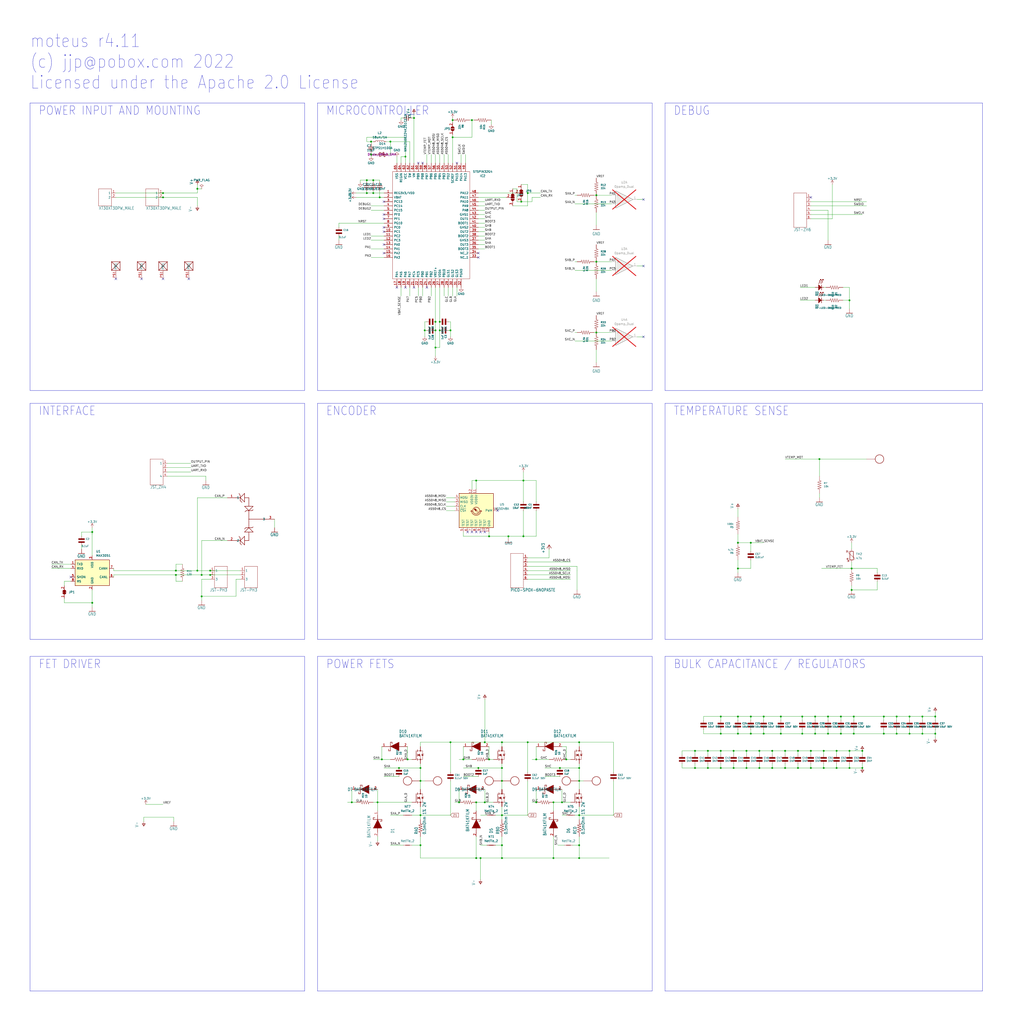
<source format=kicad_sch>
(kicad_sch (version 20230121) (generator eeschema)
  (paper "User" 602.132 606.171)
  (junction (at 297.18 508))
  (junction (at 297.18 500.38))
  (junction (at 342.9 508))
  (junction (at 419.1 454.66))
  (junction (at 281.94 474.98))
  (junction (at 546.1 424.18))
  (junction (at 444.5 434.34))
  (junction (at 327.66 508))
  (junction (at 342.9 500.38))
  (junction (at 309.88 317.5))
  (junction (at 251.46 195.58))
  (junction (at 449.58 454.66))
  (junction (at 495.3 444.5))
  (junction (at 464.82 454.66))
  (junction (at 317.5 449.58))
  (junction (at 441.96 444.5))
  (junction (at 297.18 454.66))
  (junction (at 462.28 424.18))
  (junction (at 289.56 317.5))
  (junction (at 538.48 424.18))
  (junction (at 116.84 337.82))
  (junction (at 353.06 115.57))
  (junction (at 281.94 508))
  (junction (at 444.5 321.31))
  (junction (at 335.28 449.58))
  (junction (at 226.06 449.58))
  (junction (at 353.06 196.85))
  (junction (at 119.38 353.06))
  (junction (at 342.9 482.6))
  (junction (at 474.98 434.34))
  (junction (at 96.52 114.3))
  (junction (at 495.3 454.66))
  (junction (at 441.96 454.66))
  (junction (at 504.19 336.55))
  (junction (at 274.32 449.58))
  (junction (at 504.19 349.25))
  (junction (at 236.22 454.66))
  (junction (at 480.06 454.66))
  (junction (at 457.2 454.66))
  (junction (at 332.74 474.98))
  (junction (at 223.52 474.98))
  (junction (at 538.48 434.34))
  (junction (at 472.44 444.5))
  (junction (at 220.98 106.68))
  (junction (at 502.92 454.66))
  (junction (at 219.71 91.44))
  (junction (at 267.97 71.12))
  (junction (at 317.5 474.98))
  (junction (at 224.79 116.84))
  (junction (at 327.66 474.98))
  (junction (at 217.17 106.68))
  (junction (at 436.88 336.55))
  (junction (at 530.86 424.18))
  (junction (at 457.2 444.5))
  (junction (at 257.81 190.5))
  (junction (at 287.02 439.42))
  (junction (at 241.3 449.58))
  (junction (at 482.6 434.34))
  (junction (at 104.14 340.36))
  (junction (at 472.44 454.66))
  (junction (at 452.12 434.34))
  (junction (at 266.7 195.58))
  (junction (at 546.1 434.34))
  (junction (at 436.88 321.31))
  (junction (at 220.98 114.3))
  (junction (at 530.86 434.34))
  (junction (at 257.81 205.74))
  (junction (at 487.68 454.66))
  (junction (at 490.22 424.18))
  (junction (at 553.72 434.34))
  (junction (at 553.72 424.18))
  (junction (at 260.35 195.58))
  (junction (at 96.52 116.84))
  (junction (at 287.02 474.98))
  (junction (at 300.99 317.5))
  (junction (at 497.84 424.18))
  (junction (at 279.4 71.12))
  (junction (at 353.06 154.94))
  (junction (at 312.42 114.3))
  (junction (at 54.61 314.96))
  (junction (at 523.24 424.18))
  (junction (at 342.9 439.42))
  (junction (at 219.71 83.82))
  (junction (at 297.18 439.42))
  (junction (at 297.18 482.6))
  (junction (at 240.03 92.71))
  (junction (at 248.92 454.66))
  (junction (at 116.84 111.76))
  (junction (at 119.38 340.36))
  (junction (at 510.54 444.5))
  (junction (at 426.72 444.5))
  (junction (at 308.61 119.38))
  (junction (at 497.84 434.34))
  (junction (at 260.35 190.5))
  (junction (at 419.1 444.5))
  (junction (at 248.92 500.38))
  (junction (at 217.17 114.3))
  (junction (at 266.7 439.42))
  (junction (at 297.18 462.28))
  (junction (at 271.78 474.98))
  (junction (at 474.98 424.18))
  (junction (at 505.46 424.18))
  (junction (at 502.92 444.5))
  (junction (at 436.88 424.18))
  (junction (at 245.11 69.85))
  (junction (at 436.88 434.34))
  (junction (at 281.94 284.48))
  (junction (at 331.47 454.66))
  (junction (at 426.72 434.34))
  (junction (at 510.54 454.66))
  (junction (at 426.72 454.66))
  (junction (at 309.88 284.48))
  (junction (at 426.72 424.18))
  (junction (at 485.14 271.78))
  (junction (at 283.21 454.66))
  (junction (at 444.5 424.18))
  (junction (at 124.46 340.36))
  (junction (at 411.48 454.66))
  (junction (at 462.28 434.34))
  (junction (at 342.9 462.28))
  (junction (at 312.42 439.42))
  (junction (at 284.48 508))
  (junction (at 248.92 482.6))
  (junction (at 502.92 177.8))
  (junction (at 434.34 454.66))
  (junction (at 449.58 444.5))
  (junction (at 464.82 444.5))
  (junction (at 124.46 337.82))
  (junction (at 505.46 434.34))
  (junction (at 248.92 462.28))
  (junction (at 231.14 83.82))
  (junction (at 452.12 424.18))
  (junction (at 482.6 424.18))
  (junction (at 267.97 81.28))
  (junction (at 208.28 474.98))
  (junction (at 490.22 434.34))
  (junction (at 487.68 444.5))
  (junction (at 54.61 356.87))
  (junction (at 342.9 454.66))
  (junction (at 104.14 337.82))
  (junction (at 523.24 434.34))
  (junction (at 257.81 195.58))
  (junction (at 289.56 449.58))
  (junction (at 480.06 444.5))
  (junction (at 411.48 444.5))
  (junction (at 434.34 444.5))
  (no_connect (at 41.91 341.63))
  (no_connect (at 227.33 119.38))
  (no_connect (at 245.11 170.18))
  (no_connect (at 381 157.48))
  (no_connect (at 96.52 165.1))
  (no_connect (at 227.33 144.78))
  (no_connect (at 270.51 96.52))
  (no_connect (at 283.21 149.86))
  (no_connect (at 283.21 152.4))
  (no_connect (at 381 118.11))
  (no_connect (at 252.73 170.18))
  (no_connect (at 381 199.39))
  (no_connect (at 250.19 96.52))
  (no_connect (at 227.33 149.86))
  (no_connect (at 240.03 170.18))
  (no_connect (at 287.02 314.96))
  (no_connect (at 111.76 165.1))
  (no_connect (at 234.95 170.18))
  (no_connect (at 480.06 116.84))
  (no_connect (at 68.58 165.1))
  (no_connect (at 227.33 134.62))
  (no_connect (at 279.4 314.96))
  (no_connect (at 227.33 129.54))
  (no_connect (at 276.86 314.96))
  (no_connect (at 227.33 127))
  (no_connect (at 294.64 302.26))
  (no_connect (at 281.94 314.96))
  (no_connect (at 247.65 96.52))
  (no_connect (at 227.33 137.16))
  (no_connect (at 284.48 314.96))
  (no_connect (at 83.82 165.1))
  (wire (pts (xy 312.42 439.42) (xy 342.9 439.42)) (stroke (width 0.1524)))
  (wire (pts (xy 111.76 276.86) (xy 113.03 276.86)))
  (wire (pts (xy 99.06 274.32) (xy 113.03 274.32)))
  (wire (pts (xy 495.3 444.5) (xy 502.92 444.5)) (stroke (width 0.1524)))
  (wire (pts (xy 248.92 452.12) (xy 248.92 454.66)) (stroke (width 0.1524)))
  (wire (pts (xy 217.17 107.95) (xy 217.17 106.68)))
  (wire (pts (xy 227.33 454.66) (xy 236.22 454.66)) (stroke (width 0.1524)))
  (wire (pts (xy 497.84 434.34) (xy 497.84 431.8)) (stroke (width 0.1524)))
  (wire (pts (xy 99.06 276.86) (xy 111.76 276.86)) (stroke (width 0.1524)))
  (wire (pts (xy 231.14 91.44) (xy 231.14 83.82)))
  (wire (pts (xy 30.48 334.01) (xy 41.91 334.01)) (stroke (width 0.1524)))
  (wire (pts (xy 283.21 454.66) (xy 297.18 454.66)) (stroke (width 0.1524)))
  (wire (pts (xy 480.06 129.54) (xy 492.76 129.54)) (stroke (width 0.1524)))
  (wire (pts (xy 219.71 91.44) (xy 222.25 91.44)))
  (wire (pts (xy 530.86 426.72) (xy 530.86 424.18)) (stroke (width 0.1524)))
  (wire (pts (xy 257.81 195.58) (xy 257.81 203.2)))
  (wire (pts (xy 217.17 114.3) (xy 220.98 114.3)))
  (wire (pts (xy 487.68 447.04) (xy 487.68 444.5)) (stroke (width 0.1524)))
  (wire (pts (xy 38.1 344.17) (xy 41.91 344.17)))
  (wire (pts (xy 490.22 434.34) (xy 490.22 431.8)) (stroke (width 0.1524)))
  (wire (pts (xy 283.21 134.62) (xy 287.02 134.62)) (stroke (width 0.1524)))
  (wire (pts (xy 264.16 297.18) (xy 269.24 297.18)))
  (wire (pts (xy 284.48 520.7) (xy 284.48 508)) (stroke (width 0.1524)))
  (wire (pts (xy 444.5 434.34) (xy 444.5 431.8)) (stroke (width 0.1524)))
  (wire (pts (xy 332.74 474.98) (xy 337.82 474.98)) (stroke (width 0.1524)))
  (polyline (pts (xy 187.96 231.14) (xy 187.96 60.96)) (stroke (width 0.1524) (type solid)))
  (wire (pts (xy 224.79 116.84) (xy 227.33 116.84)))
  (wire (pts (xy 332.74 441.96) (xy 335.28 441.96)) (stroke (width 0.1524)))
  (wire (pts (xy 490.22 124.46) (xy 490.22 142.24)) (stroke (width 0.1524)))
  (polyline (pts (xy 187.96 378.46) (xy 187.96 238.76)) (stroke (width 0.1524) (type solid)))
  (wire (pts (xy 480.06 447.04) (xy 480.06 444.5)) (stroke (width 0.1524)))
  (wire (pts (xy 492.76 109.22) (xy 492.76 129.54)) (stroke (width 0.1524)))
  (wire (pts (xy 297.18 439.42) (xy 312.42 439.42)) (stroke (width 0.1524)))
  (wire (pts (xy 309.88 302.26) (xy 309.88 317.5)) (stroke (width 0.1524)))
  (wire (pts (xy 287.02 124.46) (xy 283.21 124.46)))
  (wire (pts (xy 330.2 500.38) (xy 334.01 500.38)) (stroke (width 0.1524)))
  (polyline (pts (xy 17.78 231.14) (xy 17.78 60.96)) (stroke (width 0.1524) (type solid)))
  (wire (pts (xy 85.09 483.87) (xy 102.87 483.87)) (stroke (width 0.1524)))
  (wire (pts (xy 279.4 71.12) (xy 279.4 81.28)))
  (wire (pts (xy 219.71 91.44) (xy 219.71 92.71)))
  (polyline (pts (xy 17.78 388.62) (xy 180.34 388.62)) (stroke (width 0.1524) (type solid)))
  (wire (pts (xy 96.52 114.3) (xy 116.84 114.3)) (stroke (width 0.1524)))
  (wire (pts (xy 213.36 106.68) (xy 213.36 107.95)))
  (wire (pts (xy 342.9 508) (xy 360.68 508)) (stroke (width 0.1524)))
  (wire (pts (xy 308.61 119.38) (xy 314.96 119.38)))
  (wire (pts (xy 308.61 109.22) (xy 312.42 109.22)))
  (polyline (pts (xy 386.08 60.96) (xy 386.08 231.14)) (stroke (width 0.1524) (type solid)))
  (wire (pts (xy 426.72 444.5) (xy 419.1 444.5)) (stroke (width 0.1524)))
  (wire (pts (xy 231.14 500.38) (xy 238.76 500.38)) (stroke (width 0.1524)))
  (wire (pts (xy 224.79 113.03) (xy 224.79 116.84)))
  (wire (pts (xy 297.18 500.38) (xy 297.18 495.3)) (stroke (width 0.1524)))
  (wire (pts (xy 462.28 434.34) (xy 452.12 434.34)) (stroke (width 0.1524)))
  (wire (pts (xy 342.9 500.38) (xy 342.9 495.3)) (stroke (width 0.1524)))
  (wire (pts (xy 228.6 83.82) (xy 231.14 83.82)))
  (wire (pts (xy 54.61 356.87) (xy 54.61 359.41)))
  (wire (pts (xy 223.52 467.36) (xy 223.52 474.98)) (stroke (width 0.1524)))
  (wire (pts (xy 283.21 142.24) (xy 287.02 142.24)))
  (wire (pts (xy 297.18 462.28) (xy 297.18 467.36)) (stroke (width 0.1524)))
  (wire (pts (xy 281.94 495.3) (xy 281.94 508)) (stroke (width 0.1524)))
  (wire (pts (xy 485.14 271.78) (xy 464.82 271.78)) (stroke (width 0.1524)))
  (wire (pts (xy 124.46 340.36) (xy 142.24 340.36)) (stroke (width 0.1524)))
  (wire (pts (xy 497.84 434.34) (xy 505.46 434.34)) (stroke (width 0.1524)))
  (wire (pts (xy 480.06 454.66) (xy 487.68 454.66)) (stroke (width 0.1524)))
  (wire (pts (xy 104.14 337.82) (xy 116.84 337.82)) (stroke (width 0.1524)))
  (polyline (pts (xy 386.08 378.46) (xy 187.96 378.46)) (stroke (width 0.1524) (type solid)))
  (wire (pts (xy 266.7 482.6) (xy 248.92 482.6)) (stroke (width 0.1524)))
  (wire (pts (xy 124.46 337.82) (xy 142.24 337.82)) (stroke (width 0.1524)))
  (wire (pts (xy 530.86 424.18) (xy 523.24 424.18)) (stroke (width 0.1524)))
  (wire (pts (xy 48.26 325.12) (xy 48.26 322.58)) (stroke (width 0.1524)))
  (wire (pts (xy 116.84 114.3) (xy 116.84 111.76)) (stroke (width 0.1524)))
  (wire (pts (xy 504.19 349.25) (xy 504.19 346.71)) (stroke (width 0.1524)))
  (wire (pts (xy 271.78 467.36) (xy 271.78 474.98)) (stroke (width 0.1524)))
  (wire (pts (xy 502.92 452.12) (xy 502.92 454.66)) (stroke (width 0.1524)))
  (wire (pts (xy 208.28 467.36) (xy 208.28 474.98)) (stroke (width 0.1524)))
  (wire (pts (xy 260.35 190.5) (xy 260.35 195.58)) (stroke (width 0.1524)))
  (wire (pts (xy 279.4 449.58) (xy 274.32 449.58)) (stroke (width 0.1524)))
  (wire (pts (xy 449.58 452.12) (xy 449.58 454.66)) (stroke (width 0.1524)))
  (wire (pts (xy 283.21 129.54) (xy 287.02 129.54)))
  (wire (pts (xy 284.48 508) (xy 297.18 508)) (stroke (width 0.1524)))
  (wire (pts (xy 340.36 120.65) (xy 361.95 120.65)))
  (wire (pts (xy 107.95 334.01) (xy 104.14 334.01)))
  (wire (pts (xy 436.88 336.55) (xy 444.5 336.55)) (stroke (width 0.1524)))
  (wire (pts (xy 444.5 424.18) (xy 436.88 424.18)) (stroke (width 0.1524)))
  (wire (pts (xy 54.61 312.42) (xy 54.61 314.96)))
  (wire (pts (xy 457.2 444.5) (xy 449.58 444.5)) (stroke (width 0.1524)))
  (wire (pts (xy 419.1 447.04) (xy 419.1 444.5)) (stroke (width 0.1524)))
  (wire (pts (xy 290.83 73.66) (xy 290.83 71.12)))
  (wire (pts (xy 312.42 330.2) (xy 325.12 330.2)) (stroke (width 0.1524)))
  (wire (pts (xy 306.07 119.38) (xy 308.61 119.38)))
  (wire (pts (xy 530.86 424.18) (xy 538.48 424.18)) (stroke (width 0.1524)))
  (wire (pts (xy 279.4 284.48) (xy 281.94 284.48)))
  (polyline (pts (xy 17.78 238.76) (xy 180.34 238.76)) (stroke (width 0.1524) (type solid)))
  (wire (pts (xy 504.19 349.25) (xy 519.43 349.25)) (stroke (width 0.1524)))
  (wire (pts (xy 251.46 195.58) (xy 251.46 190.5)))
  (wire (pts (xy 472.44 444.5) (xy 464.82 444.5)) (stroke (width 0.1524)))
  (polyline (pts (xy 187.96 238.76) (xy 386.08 238.76)) (stroke (width 0.1524) (type solid)))
  (wire (pts (xy 353.06 125.73) (xy 353.06 133.35)))
  (wire (pts (xy 274.32 449.58) (xy 271.78 449.58)) (stroke (width 0.1524)))
  (wire (pts (xy 219.71 124.46) (xy 227.33 124.46)))
  (wire (pts (xy 289.56 314.96) (xy 289.56 317.5)))
  (wire (pts (xy 242.57 170.18) (xy 242.57 175.26)) (stroke (width 0.1524)))
  (wire (pts (xy 30.48 336.55) (xy 41.91 336.55)))
  (wire (pts (xy 342.9 477.52) (xy 342.9 482.6)) (stroke (width 0.1524)))
  (wire (pts (xy 457.2 454.66) (xy 464.82 454.66)) (stroke (width 0.1524)))
  (wire (pts (xy 48.26 314.96) (xy 54.61 314.96)) (stroke (width 0.1524)))
  (wire (pts (xy 340.36 196.85) (xy 341.63 196.85)))
  (wire (pts (xy 283.21 127) (xy 287.02 127)) (stroke (width 0.1524)))
  (wire (pts (xy 265.43 170.18) (xy 265.43 175.26)))
  (wire (pts (xy 247.65 170.18) (xy 247.65 175.26)) (stroke (width 0.1524)))
  (wire (pts (xy 251.46 195.58) (xy 252.73 195.58)))
  (wire (pts (xy 264.16 302.26) (xy 269.24 302.26)))
  (wire (pts (xy 502.92 447.04) (xy 502.92 444.5)) (stroke (width 0.1524)))
  (wire (pts (xy 436.88 336.55) (xy 436.88 331.47)) (stroke (width 0.1524)))
  (polyline (pts (xy 187.96 60.96) (xy 386.08 60.96)) (stroke (width 0.1524) (type solid)))
  (wire (pts (xy 220.98 474.98) (xy 223.52 474.98)) (stroke (width 0.1524)))
  (wire (pts (xy 210.82 114.3) (xy 217.17 114.3)))
  (wire (pts (xy 436.88 306.07) (xy 436.88 300.99)) (stroke (width 0.1524)))
  (wire (pts (xy 482.6 434.34) (xy 490.22 434.34)) (stroke (width 0.1524)))
  (wire (pts (xy 482.6 170.18) (xy 473.71 170.18)) (stroke (width 0.1524)))
  (wire (pts (xy 227.33 132.08) (xy 200.66 132.08)) (stroke (width 0.1524)))
  (wire (pts (xy 266.7 439.42) (xy 287.02 439.42)) (stroke (width 0.1524)))
  (wire (pts (xy 274.32 317.5) (xy 289.56 317.5)))
  (wire (pts (xy 488.95 170.18) (xy 487.68 170.18)) (stroke (width 0.1524)))
  (wire (pts (xy 287.02 439.42) (xy 287.02 414.02)) (stroke (width 0.1524)))
  (wire (pts (xy 226.06 449.58) (xy 220.98 449.58)) (stroke (width 0.1524)))
  (wire (pts (xy 283.21 137.16) (xy 287.02 137.16)) (stroke (width 0.1524)))
  (wire (pts (xy 342.9 452.12) (xy 342.9 454.66)) (stroke (width 0.1524)))
  (wire (pts (xy 162.56 307.34) (xy 162.56 312.42)) (stroke (width 0.1524)))
  (wire (pts (xy 457.2 452.12) (xy 457.2 454.66)) (stroke (width 0.1524)))
  (wire (pts (xy 472.44 454.66) (xy 480.06 454.66)) (stroke (width 0.1524)))
  (polyline (pts (xy 393.7 238.76) (xy 581.66 238.76)) (stroke (width 0.1524) (type solid)))
  (wire (pts (xy 245.11 69.85) (xy 245.11 96.52)))
  (wire (pts (xy 340.36 201.93) (xy 361.95 201.93)))
  (wire (pts (xy 426.72 431.8) (xy 426.72 434.34)) (stroke (width 0.1524)))
  (wire (pts (xy 260.35 195.58) (xy 260.35 205.74)) (stroke (width 0.1524)))
  (wire (pts (xy 124.46 342.9) (xy 119.38 342.9)) (stroke (width 0.1524)))
  (wire (pts (xy 426.72 454.66) (xy 434.34 454.66)) (stroke (width 0.1524)))
  (wire (pts (xy 510.54 452.12) (xy 510.54 454.66)) (stroke (width 0.1524)))
  (polyline (pts (xy 581.66 388.62) (xy 581.66 586.74)) (stroke (width 0.1524) (type solid)))
  (wire (pts (xy 297.18 508) (xy 327.66 508)) (stroke (width 0.1524)))
  (wire (pts (xy 104.14 334.01) (xy 104.14 337.82)))
  (wire (pts (xy 306.07 111.76) (xy 306.07 119.38)))
  (wire (pts (xy 266.7 462.28) (xy 266.7 482.6)) (stroke (width 0.1524)))
  (wire (pts (xy 436.88 339.09) (xy 436.88 336.55)) (stroke (width 0.1524)))
  (wire (pts (xy 266.7 195.58) (xy 266.7 199.39)))
  (polyline (pts (xy 386.08 238.76) (xy 386.08 378.46)) (stroke (width 0.1524) (type solid)))
  (wire (pts (xy 255.27 91.44) (xy 255.27 96.52)))
  (wire (pts (xy 119.38 353.06) (xy 119.38 355.6)) (stroke (width 0.1524)))
  (polyline (pts (xy 393.7 378.46) (xy 393.7 238.76)) (stroke (width 0.1524) (type solid)))
  (wire (pts (xy 219.71 147.32) (xy 227.33 147.32)))
  (wire (pts (xy 523.24 434.34) (xy 523.24 431.8)) (stroke (width 0.1524)))
  (wire (pts (xy 488.95 177.8) (xy 487.68 177.8)) (stroke (width 0.1524)))
  (wire (pts (xy 530.86 431.8) (xy 530.86 434.34)) (stroke (width 0.1524)))
  (wire (pts (xy 444.5 336.55) (xy 444.5 331.47)) (stroke (width 0.1524)))
  (wire (pts (xy 67.31 340.36) (xy 67.31 341.63)))
  (wire (pts (xy 490.22 424.18) (xy 497.84 424.18)) (stroke (width 0.1524)))
  (wire (pts (xy 237.49 92.71) (xy 237.49 96.52)))
  (wire (pts (xy 426.72 424.18) (xy 416.56 424.18)) (stroke (width 0.1524)))
  (wire (pts (xy 119.38 320.04) (xy 134.62 320.04)) (stroke (width 0.1524)))
  (wire (pts (xy 403.86 444.5) (xy 403.86 447.04)) (stroke (width 0.1524)))
  (wire (pts (xy 267.97 170.18) (xy 267.97 175.26)))
  (wire (pts (xy 363.22 462.28) (xy 363.22 482.6)) (stroke (width 0.1524)))
  (wire (pts (xy 510.54 127) (xy 480.06 127)) (stroke (width 0.1524)))
  (wire (pts (xy 341.63 335.28) (xy 341.63 337.82)))
  (wire (pts (xy 289.56 449.58) (xy 292.1 449.58)) (stroke (width 0.1524)))
  (wire (pts (xy 275.59 91.44) (xy 275.59 96.52)))
  (wire (pts (xy 67.31 340.36) (xy 104.14 340.36)))
  (wire (pts (xy 553.72 434.34) (xy 546.1 434.34)) (stroke (width 0.1524)))
  (wire (pts (xy 251.46 190.5) (xy 252.73 190.5)))
  (wire (pts (xy 327.66 474.98) (xy 332.74 474.98)) (stroke (width 0.1524)))
  (polyline (pts (xy 393.7 231.14) (xy 393.7 60.96)) (stroke (width 0.1524) (type solid)))
  (wire (pts (xy 504.19 332.74) (xy 504.19 334.01)))
  (wire (pts (xy 444.5 434.34) (xy 436.88 434.34)) (stroke (width 0.1524)))
  (wire (pts (xy 281.94 474.98) (xy 287.02 474.98)) (stroke (width 0.1524)))
  (polyline (pts (xy 386.08 388.62) (xy 386.08 586.74)) (stroke (width 0.1524) (type solid)))
  (polyline (pts (xy 393.7 388.62) (xy 581.66 388.62)) (stroke (width 0.1524) (type solid)))
  (wire (pts (xy 462.28 434.34) (xy 474.98 434.34)) (stroke (width 0.1524)))
  (wire (pts (xy 116.84 337.82) (xy 124.46 337.82)) (stroke (width 0.1524)))
  (wire (pts (xy 240.03 92.71) (xy 240.03 96.52)))
  (wire (pts (xy 327.66 495.3) (xy 327.66 508)) (stroke (width 0.1524)))
  (wire (pts (xy 436.88 424.18) (xy 426.72 424.18)) (stroke (width 0.1524)))
  (wire (pts (xy 297.18 439.42) (xy 297.18 441.96)) (stroke (width 0.1524)))
  (wire (pts (xy 317.5 441.96) (xy 317.5 449.58)) (stroke (width 0.1524)))
  (wire (pts (xy 284.48 500.38) (xy 288.29 500.38)) (stroke (width 0.1524)))
  (wire (pts (xy 104.14 340.36) (xy 111.76 340.36)))
  (wire (pts (xy 403.86 452.12) (xy 403.86 454.66)) (stroke (width 0.1524)))
  (wire (pts (xy 280.67 71.12) (xy 279.4 71.12)))
  (polyline (pts (xy 393.7 586.74) (xy 393.7 388.62)) (stroke (width 0.1524) (type solid)))
  (wire (pts (xy 314.96 116.84) (xy 320.04 116.84)))
  (wire (pts (xy 279.4 71.12) (xy 278.13 71.12)))
  (wire (pts (xy 287.02 467.36) (xy 287.02 474.98)) (stroke (width 0.1524)))
  (wire (pts (xy 119.38 342.9) (xy 119.38 353.06)) (stroke (width 0.1524)))
  (wire (pts (xy 411.48 454.66) (xy 419.1 454.66)) (stroke (width 0.1524)))
  (wire (pts (xy 363.22 482.6) (xy 342.9 482.6)) (stroke (width 0.1524)))
  (wire (pts (xy 353.06 115.57) (xy 361.95 115.57)))
  (wire (pts (xy 411.48 444.5) (xy 403.86 444.5)) (stroke (width 0.1524)))
  (wire (pts (xy 345.44 462.28) (xy 342.9 462.28)) (stroke (width 0.1524)))
  (wire (pts (xy 419.1 444.5) (xy 411.48 444.5)) (stroke (width 0.1524)))
  (wire (pts (xy 452.12 426.72) (xy 452.12 424.18)) (stroke (width 0.1524)))
  (wire (pts (xy 312.42 114.3) (xy 320.04 114.3)))
  (wire (pts (xy 325.12 449.58) (xy 317.5 449.58)) (stroke (width 0.1524)))
  (wire (pts (xy 351.79 196.85) (xy 353.06 196.85)))
  (wire (pts (xy 363.22 439.42) (xy 363.22 457.2)) (stroke (width 0.1524)))
  (wire (pts (xy 251.46 199.39) (xy 251.46 195.58)))
  (wire (pts (xy 68.58 116.84) (xy 96.52 116.84)) (stroke (width 0.1524)))
  (wire (pts (xy 257.81 203.2) (xy 257.81 205.74)) (stroke (width 0.1524)))
  (wire (pts (xy 312.42 457.2) (xy 312.42 439.42)) (stroke (width 0.1524)))
  (wire (pts (xy 340.36 115.57) (xy 341.63 115.57)))
  (wire (pts (xy 504.19 321.31) (xy 504.19 325.12)))
  (wire (pts (xy 279.4 289.56) (xy 279.4 284.48)))
  (wire (pts (xy 300.99 317.5) (xy 300.99 318.77)) (stroke (width 0.1524)))
  (wire (pts (xy 538.48 431.8) (xy 538.48 434.34)) (stroke (width 0.1524)))
  (wire (pts (xy 327.66 508) (xy 342.9 508)) (stroke (width 0.1524)))
  (wire (pts (xy 200.66 134.62) (xy 200.66 132.08)) (stroke (width 0.1524)))
  (wire (pts (xy 248.92 508) (xy 281.94 508)) (stroke (width 0.1524)))
  (wire (pts (xy 227.33 139.7) (xy 219.71 139.7)) (stroke (width 0.1524)))
  (polyline (pts (xy 187.96 388.62) (xy 386.08 388.62)) (stroke (width 0.1524) (type solid)))
  (wire (pts (xy 342.9 439.42) (xy 363.22 439.42)) (stroke (width 0.1524)))
  (wire (pts (xy 219.71 90.17) (xy 219.71 91.44)))
  (wire (pts (xy 243.84 500.38) (xy 248.92 500.38)) (stroke (width 0.1524)))
  (wire (pts (xy 223.52 480.06) (xy 223.52 474.98)) (stroke (width 0.1524)))
  (wire (pts (xy 237.49 175.26) (xy 237.49 170.18)))
  (wire (pts (xy 303.53 121.92) (xy 312.42 121.92)))
  (wire (pts (xy 505.46 434.34) (xy 505.46 431.8)) (stroke (width 0.1524)))
  (wire (pts (xy 217.17 106.68) (xy 213.36 106.68)))
  (wire (pts (xy 434.34 447.04) (xy 434.34 444.5)) (stroke (width 0.1524)))
  (wire (pts (xy 553.72 431.8) (xy 553.72 434.34)) (stroke (width 0.1524)))
  (wire (pts (xy 312.42 335.28) (xy 341.63 335.28)))
  (wire (pts (xy 485.14 281.94) (xy 485.14 271.78)) (stroke (width 0.1524)))
  (wire (pts (xy 267.97 69.85) (xy 267.97 71.12)))
  (wire (pts (xy 487.68 452.12) (xy 487.68 454.66)) (stroke (width 0.1524)))
  (wire (pts (xy 499.11 177.8) (xy 502.92 177.8)) (stroke (width 0.1524)))
  (wire (pts (xy 54.61 314.96) (xy 54.61 316.23)) (stroke (width 0.1524)))
  (wire (pts (xy 495.3 454.66) (xy 502.92 454.66)) (stroke (width 0.1524)))
  (wire (pts (xy 332.74 467.36) (xy 332.74 474.98)) (stroke (width 0.1524)))
  (wire (pts (xy 121.92 281.94) (xy 121.92 284.48)) (stroke (width 0.1524)))
  (wire (pts (xy 224.79 106.68) (xy 220.98 106.68)))
  (wire (pts (xy 441.96 447.04) (xy 441.96 444.5)) (stroke (width 0.1524)))
  (wire (pts (xy 523.24 434.34) (xy 530.86 434.34)) (stroke (width 0.1524)))
  (wire (pts (xy 462.28 424.18) (xy 452.12 424.18)) (stroke (width 0.1524)))
  (wire (pts (xy 288.29 482.6) (xy 284.48 482.6)) (stroke (width 0.1524)))
  (wire (pts (xy 252.73 91.44) (xy 252.73 96.52)))
  (polyline (pts (xy 581.66 378.46) (xy 393.7 378.46)) (stroke (width 0.1524) (type solid)))
  (wire (pts (xy 339.09 500.38) (xy 342.9 500.38)) (stroke (width 0.1524)))
  (wire (pts (xy 237.49 92.71) (xy 240.03 92.71)))
  (wire (pts (xy 377.19 118.11) (xy 381 118.11)))
  (wire (pts (xy 342.9 462.28) (xy 342.9 467.36)) (stroke (width 0.1524)))
  (wire (pts (xy 546.1 426.72) (xy 546.1 424.18)) (stroke (width 0.1524)))
  (wire (pts (xy 553.72 426.72) (xy 553.72 424.18)) (stroke (width 0.1524)))
  (wire (pts (xy 99.06 281.94) (xy 121.92 281.94)) (stroke (width 0.1524)))
  (wire (pts (xy 107.95 344.17) (xy 104.14 344.17)))
  (wire (pts (xy 274.32 459.74) (xy 283.21 459.74)))
  (wire (pts (xy 262.89 175.26) (xy 262.89 170.18)))
  (wire (pts (xy 287.02 121.92) (xy 283.21 121.92)))
  (wire (pts (xy 490.22 434.34) (xy 497.84 434.34)) (stroke (width 0.1524)))
  (wire (pts (xy 139.7 342.9) (xy 142.24 342.9)) (stroke (width 0.1524)))
  (wire (pts (xy 317.5 474.98) (xy 314.96 474.98)) (stroke (width 0.1524)))
  (wire (pts (xy 444.5 326.39) (xy 444.5 321.31)) (stroke (width 0.1524)))
  (wire (pts (xy 337.82 340.36) (xy 312.42 340.36)))
  (wire (pts (xy 309.88 317.5) (xy 300.99 317.5)) (stroke (width 0.1524)))
  (wire (pts (xy 490.22 424.18) (xy 490.22 426.72)) (stroke (width 0.1524)))
  (wire (pts (xy 264.16 294.64) (xy 269.24 294.64)))
  (wire (pts (xy 245.11 67.31) (xy 245.11 69.85)))
  (wire (pts (xy 312.42 121.92) (xy 312.42 114.3)))
  (wire (pts (xy 444.5 321.31) (xy 452.12 321.31)) (stroke (width 0.1524)))
  (wire (pts (xy 546.1 434.34) (xy 538.48 434.34)) (stroke (width 0.1524)))
  (wire (pts (xy 309.88 317.5) (xy 309.88 316.23)))
  (wire (pts (xy 217.17 113.03) (xy 217.17 114.3)))
  (wire (pts (xy 241.3 441.96) (xy 241.3 449.58)) (stroke (width 0.1524)))
  (wire (pts (xy 102.87 486.41) (xy 102.87 483.87)) (stroke (width 0.1524)))
  (wire (pts (xy 487.68 444.5) (xy 495.3 444.5)) (stroke (width 0.1524)))
  (wire (pts (xy 119.38 340.36) (xy 119.38 320.04)) (stroke (width 0.1524)))
  (polyline (pts (xy 581.66 60.96) (xy 581.66 231.14)) (stroke (width 0.1524) (type solid)))
  (wire (pts (xy 474.98 424.18) (xy 482.6 424.18)) (stroke (width 0.1524)))
  (wire (pts (xy 553.72 434.34) (xy 553.72 436.88)) (stroke (width 0.1524)))
  (wire (pts (xy 441.96 444.5) (xy 434.34 444.5)) (stroke (width 0.1524)))
  (wire (pts (xy 416.56 431.8) (xy 416.56 434.34)) (stroke (width 0.1524)))
  (wire (pts (xy 464.82 447.04) (xy 464.82 444.5)) (stroke (width 0.1524)))
  (wire (pts (xy 297.18 482.6) (xy 297.18 485.14)) (stroke (width 0.1524)))
  (wire (pts (xy 444.5 424.18) (xy 452.12 424.18)) (stroke (width 0.1524)))
  (wire (pts (xy 353.06 207.01) (xy 353.06 214.63)))
  (wire (pts (xy 234.95 92.71) (xy 234.95 96.52)))
  (wire (pts (xy 351.79 115.57) (xy 353.06 115.57)))
  (wire (pts (xy 449.58 454.66) (xy 457.2 454.66)) (stroke (width 0.1524)))
  (wire (pts (xy 248.92 482.6) (xy 248.92 477.52)) (stroke (width 0.1524)))
  (wire (pts (xy 546.1 431.8) (xy 546.1 434.34)) (stroke (width 0.1524)))
  (wire (pts (xy 482.6 431.8) (xy 482.6 434.34)) (stroke (width 0.1524)))
  (wire (pts (xy 317.5 467.36) (xy 317.5 474.98)) (stroke (width 0.1524)))
  (wire (pts (xy 510.54 447.04) (xy 510.54 444.5)) (stroke (width 0.1524)))
  (wire (pts (xy 248.92 439.42) (xy 266.7 439.42)) (stroke (width 0.1524)))
  (wire (pts (xy 335.28 441.96) (xy 335.28 449.58)) (stroke (width 0.1524)))
  (polyline (pts (xy 581.66 238.76) (xy 581.66 378.46)) (stroke (width 0.1524) (type solid)))
  (wire (pts (xy 116.84 337.82) (xy 116.84 294.64)) (stroke (width 0.1524)))
  (wire (pts (xy 231.14 83.82) (xy 242.57 83.82)))
  (wire (pts (xy 248.92 482.6) (xy 243.84 482.6)) (stroke (width 0.1524)))
  (wire (pts (xy 312.42 462.28) (xy 312.42 482.6)) (stroke (width 0.1524)))
  (wire (pts (xy 553.72 421.64) (xy 553.72 424.18)) (stroke (width 0.1524)))
  (wire (pts (xy 210.82 474.98) (xy 208.28 474.98)) (stroke (width 0.1524)))
  (wire (pts (xy 426.72 426.72) (xy 426.72 424.18)) (stroke (width 0.1524)))
  (wire (pts (xy 317.5 317.5) (xy 309.88 317.5)))
  (wire (pts (xy 546.1 424.18) (xy 538.48 424.18)) (stroke (width 0.1524)))
  (polyline (pts (xy 393.7 60.96) (xy 581.66 60.96)) (stroke (width 0.1524) (type solid)))
  (wire (pts (xy 353.06 154.94) (xy 361.95 154.94)))
  (wire (pts (xy 289.56 441.96) (xy 289.56 449.58)) (stroke (width 0.1524)))
  (wire (pts (xy 411.48 447.04) (xy 411.48 444.5)) (stroke (width 0.1524)))
  (wire (pts (xy 223.52 495.3) (xy 223.52 497.84)) (stroke (width 0.1524)))
  (wire (pts (xy 257.81 91.44) (xy 257.81 96.52)))
  (wire (pts (xy 342.9 482.6) (xy 340.36 482.6)) (stroke (width 0.1524)))
  (wire (pts (xy 217.17 81.28) (xy 240.03 81.28)))
  (wire (pts (xy 283.21 114.3) (xy 304.8 114.3)))
  (wire (pts (xy 502.92 454.66) (xy 510.54 454.66)) (stroke (width 0.1524)))
  (wire (pts (xy 317.5 302.26) (xy 317.5 317.5)))
  (wire (pts (xy 495.3 452.12) (xy 495.3 454.66)) (stroke (width 0.1524)))
  (wire (pts (xy 474.98 431.8) (xy 474.98 434.34)) (stroke (width 0.1524)))
  (wire (pts (xy 297.18 452.12) (xy 297.18 454.66)) (stroke (width 0.1524)))
  (wire (pts (xy 504.19 336.55) (xy 486.41 336.55)) (stroke (width 0.1524)))
  (wire (pts (xy 251.46 462.28) (xy 248.92 462.28)) (stroke (width 0.1524)))
  (wire (pts (xy 111.76 340.36) (xy 119.38 340.36)) (stroke (width 0.1524)))
  (polyline (pts (xy 386.08 586.74) (xy 187.96 586.74)) (stroke (width 0.1524) (type solid)))
  (wire (pts (xy 99.06 279.4) (xy 104.14 279.4)) (stroke (width 0.1524)))
  (wire (pts (xy 219.71 121.92) (xy 227.33 121.92)))
  (polyline (pts (xy 581.66 586.74) (xy 393.7 586.74)) (stroke (width 0.1524) (type solid)))
  (wire (pts (xy 116.84 111.76) (xy 119.38 111.76)))
  (polyline (pts (xy 180.34 238.76) (xy 180.34 378.46)) (stroke (width 0.1524) (type solid)))
  (wire (pts (xy 139.7 353.06) (xy 139.7 342.9)) (stroke (width 0.1524)))
  (wire (pts (xy 227.33 142.24) (xy 219.71 142.24)) (stroke (width 0.1524)))
  (wire (pts (xy 257.81 170.18) (xy 257.81 190.5)))
  (polyline (pts (xy 180.34 231.14) (xy 17.78 231.14)) (stroke (width 0.1524) (type solid)))
  (wire (pts (xy 303.53 111.76) (xy 306.07 111.76)))
  (wire (pts (xy 325.12 330.2) (xy 325.12 325.12)) (stroke (width 0.1524)))
  (wire (pts (xy 289.56 317.5) (xy 300.99 317.5)))
  (wire (pts (xy 281.94 480.06) (xy 281.94 474.98)) (stroke (width 0.1524)))
  (wire (pts (xy 309.88 284.48) (xy 309.88 297.18)) (stroke (width 0.1524)))
  (wire (pts (xy 238.76 482.6) (xy 231.14 482.6)) (stroke (width 0.1524)))
  (wire (pts (xy 351.79 154.94) (xy 353.06 154.94)))
  (wire (pts (xy 208.28 474.98) (xy 205.74 474.98)) (stroke (width 0.1524)))
  (wire (pts (xy 257.81 190.5) (xy 257.81 195.58)))
  (wire (pts (xy 426.72 452.12) (xy 426.72 454.66)) (stroke (width 0.1524)))
  (wire (pts (xy 449.58 447.04) (xy 449.58 444.5)) (stroke (width 0.1524)))
  (wire (pts (xy 312.42 482.6) (xy 297.18 482.6)) (stroke (width 0.1524)))
  (wire (pts (xy 238.76 69.85) (xy 237.49 69.85)))
  (wire (pts (xy 200.66 142.24) (xy 200.66 139.7)) (stroke (width 0.1524)))
  (wire (pts (xy 490.22 124.46) (xy 480.06 124.46)) (stroke (width 0.1524)))
  (wire (pts (xy 340.36 160.02) (xy 361.95 160.02)))
  (wire (pts (xy 227.33 459.74) (xy 236.22 459.74)))
  (wire (pts (xy 116.84 116.84) (xy 116.84 121.92)) (stroke (width 0.1524)))
  (wire (pts (xy 287.02 439.42) (xy 297.18 439.42)) (stroke (width 0.1524)))
  (wire (pts (xy 217.17 83.82) (xy 219.71 83.82)))
  (wire (pts (xy 96.52 116.84) (xy 116.84 116.84)) (stroke (width 0.1524)))
  (wire (pts (xy 274.32 441.96) (xy 274.32 449.58)) (stroke (width 0.1524)))
  (wire (pts (xy 297.18 454.66) (xy 297.18 462.28)) (stroke (width 0.1524)))
  (wire (pts (xy 340.36 154.94) (xy 341.63 154.94)))
  (wire (pts (xy 474.98 426.72) (xy 474.98 424.18)) (stroke (width 0.1524)))
  (wire (pts (xy 482.6 177.8) (xy 473.71 177.8)) (stroke (width 0.1524)))
  (wire (pts (xy 85.09 486.41) (xy 85.09 483.87)) (stroke (width 0.1524)))
  (wire (pts (xy 502.92 444.5) (xy 510.54 444.5)) (stroke (width 0.1524)))
  (wire (pts (xy 464.82 452.12) (xy 464.82 454.66)) (stroke (width 0.1524)))
  (wire (pts (xy 523.24 424.18) (xy 523.24 426.72)) (stroke (width 0.1524)))
  (wire (pts (xy 317.5 449.58) (xy 314.96 449.58)) (stroke (width 0.1524)))
  (wire (pts (xy 472.44 447.04) (xy 472.44 444.5)) (stroke (width 0.1524)))
  (wire (pts (xy 314.96 119.38) (xy 314.96 116.84)))
  (wire (pts (xy 495.3 447.04) (xy 495.3 444.5)) (stroke (width 0.1524)))
  (wire (pts (xy 464.82 454.66) (xy 472.44 454.66)) (stroke (width 0.1524)))
  (wire (pts (xy 255.27 170.18) (xy 255.27 175.26)) (stroke (width 0.1524)))
  (wire (pts (xy 519.43 349.25) (xy 519.43 344.17)) (stroke (width 0.1524)))
  (wire (pts (xy 342.9 482.6) (xy 342.9 485.14)) (stroke (width 0.1524)))
  (wire (pts (xy 260.35 170.18) (xy 260.35 190.5)) (stroke (width 0.1524)))
  (wire (pts (xy 248.92 462.28) (xy 248.92 467.36)) (stroke (width 0.1524)))
  (wire (pts (xy 248.92 500.38) (xy 248.92 508)) (stroke (width 0.1524)))
  (wire (pts (xy 265.43 91.44) (xy 265.43 96.52)))
  (polyline (pts (xy 180.34 586.74) (xy 17.78 586.74)) (stroke (width 0.1524) (type solid)))
  (wire (pts (xy 116.84 294.64) (xy 134.62 294.64)) (stroke (width 0.1524)))
  (wire (pts (xy 86.36 476.25) (xy 96.52 476.25)))
  (wire (pts (xy 104.14 279.4) (xy 113.03 279.4)))
  (wire (pts (xy 449.58 444.5) (xy 441.96 444.5)) (stroke (width 0.1524)))
  (wire (pts (xy 297.18 508) (xy 297.18 500.38)) (stroke (width 0.1524)))
  (wire (pts (xy 67.31 337.82) (xy 104.14 337.82)) (stroke (width 0.1524)))
  (wire (pts (xy 322.58 454.66) (xy 331.47 454.66)) (stroke (width 0.1524)))
  (wire (pts (xy 434.34 452.12) (xy 434.34 454.66)) (stroke (width 0.1524)))
  (wire (pts (xy 317.5 284.48) (xy 309.88 284.48)))
  (wire (pts (xy 457.2 447.04) (xy 457.2 444.5)) (stroke (width 0.1524)))
  (wire (pts (xy 317.5 297.18) (xy 317.5 284.48)))
  (wire (pts (xy 223.52 474.98) (xy 243.84 474.98)) (stroke (width 0.1524)))
  (wire (pts (xy 377.19 199.39) (xy 381 199.39)))
  (wire (pts (xy 267.97 81.28) (xy 267.97 96.52)))
  (wire (pts (xy 480.06 452.12) (xy 480.06 454.66)) (stroke (width 0.1524)))
  (wire (pts (xy 220.98 106.68) (xy 217.17 106.68)))
  (wire (pts (xy 497.84 424.18) (xy 497.84 426.72)) (stroke (width 0.1524)))
  (wire (pts (xy 419.1 454.66) (xy 426.72 454.66)) (stroke (width 0.1524)))
  (wire (pts (xy 219.71 85.09) (xy 219.71 83.82)))
  (wire (pts (xy 226.06 441.96) (xy 226.06 449.58)) (stroke (width 0.1524)))
  (wire (pts (xy 452.12 431.8) (xy 452.12 434.34)) (stroke (width 0.1524)))
  (wire (pts (xy 377.19 157.48) (xy 381 157.48)))
  (wire (pts (xy 309.88 279.4) (xy 309.88 284.48)) (stroke (width 0.1524)))
  (wire (pts (xy 220.98 113.03) (xy 220.98 114.3)))
  (wire (pts (xy 335.28 449.58) (xy 337.82 449.58)) (stroke (width 0.1524)))
  (wire (pts (xy 434.34 444.5) (xy 426.72 444.5)) (stroke (width 0.1524)))
  (wire (pts (xy 502.92 177.8) (xy 502.92 182.88)) (stroke (width 0.1524)))
  (wire (pts (xy 353.06 196.85) (xy 361.95 196.85)))
  (wire (pts (xy 283.21 139.7) (xy 287.02 139.7)))
  (wire (pts (xy 419.1 452.12) (xy 419.1 454.66)) (stroke (width 0.1524)))
  (wire (pts (xy 287.02 474.98) (xy 292.1 474.98)) (stroke (width 0.1524)))
  (wire (pts (xy 505.46 424.18) (xy 505.46 426.72)) (stroke (width 0.1524)))
  (wire (pts (xy 505.46 424.18) (xy 497.84 424.18)) (stroke (width 0.1524)))
  (wire (pts (xy 482.6 424.18) (xy 490.22 424.18)) (stroke (width 0.1524)))
  (polyline (pts (xy 17.78 60.96) (xy 180.34 60.96)) (stroke (width 0.1524) (type solid)))
  (wire (pts (xy 265.43 190.5) (xy 266.7 190.5)))
  (wire (pts (xy 281.94 284.48) (xy 309.88 284.48)))
  (polyline (pts (xy 180.34 60.96) (xy 180.34 231.14)) (stroke (width 0.1524) (type solid)))
  (wire (pts (xy 337.82 332.74) (xy 312.42 332.74)))
  (wire (pts (xy 444.5 424.18) (xy 444.5 426.72)) (stroke (width 0.1524)))
  (wire (pts (xy 436.88 431.8) (xy 436.88 434.34)) (stroke (width 0.1524)))
  (wire (pts (xy 260.35 91.44) (xy 260.35 96.52)))
  (wire (pts (xy 530.86 434.34) (xy 538.48 434.34)) (stroke (width 0.1524)))
  (wire (pts (xy 48.26 317.5) (xy 48.26 314.96)) (stroke (width 0.1524)))
  (wire (pts (xy 104.14 344.17) (xy 104.14 340.36)))
  (wire (pts (xy 248.92 482.6) (xy 248.92 485.14)) (stroke (width 0.1524)))
  (wire (pts (xy 274.32 454.66) (xy 283.21 454.66)) (stroke (width 0.1524)))
  (wire (pts (xy 472.44 452.12) (xy 472.44 454.66)) (stroke (width 0.1524)))
  (wire (pts (xy 426.72 447.04) (xy 426.72 444.5)) (stroke (width 0.1524)))
  (wire (pts (xy 462.28 424.18) (xy 474.98 424.18)) (stroke (width 0.1524)))
  (wire (pts (xy 505.46 434.34) (xy 523.24 434.34)) (stroke (width 0.1524)))
  (wire (pts (xy 267.97 80.01) (xy 267.97 81.28)))
  (wire (pts (xy 436.88 426.72) (xy 436.88 424.18)) (stroke (width 0.1524)))
  (wire (pts (xy 240.03 81.28) (xy 240.03 92.71)))
  (wire (pts (xy 327.66 480.06) (xy 327.66 474.98)) (stroke (width 0.1524)))
  (wire (pts (xy 119.38 340.36) (xy 124.46 340.36)) (stroke (width 0.1524)))
  (wire (pts (xy 54.61 349.25) (xy 54.61 356.87)))
  (wire (pts (xy 116.84 111.76) (xy 116.84 109.22)) (stroke (width 0.1524)))
  (wire (pts (xy 267.97 71.12) (xy 267.97 72.39)))
  (wire (pts (xy 322.58 459.74) (xy 331.47 459.74)))
  (wire (pts (xy 54.61 314.96) (xy 54.61 328.93)))
  (wire (pts (xy 353.06 165.1) (xy 353.06 172.72)))
  (wire (pts (xy 248.92 495.3) (xy 248.92 500.38)) (stroke (width 0.1524)))
  (wire (pts (xy 242.57 83.82) (xy 242.57 96.52)))
  (wire (pts (xy 38.1 344.17) (xy 38.1 346.71)))
  (wire (pts (xy 441.96 454.66) (xy 449.58 454.66)) (stroke (width 0.1524)))
  (wire (pts (xy 229.87 91.44) (xy 231.14 91.44)))
  (wire (pts (xy 504.19 336.55) (xy 519.43 336.55)) (stroke (width 0.1524)))
  (wire (pts (xy 335.28 482.6) (xy 332.74 482.6)) (stroke (width 0.1524)))
  (wire (pts (xy 220.98 114.3) (xy 227.33 114.3)))
  (wire (pts (xy 67.31 337.82) (xy 67.31 336.55)) (stroke (width 0.1524)))
  (wire (pts (xy 279.4 81.28) (xy 267.97 81.28)))
  (wire (pts (xy 436.88 321.31) (xy 436.88 316.23)) (stroke (width 0.1524)))
  (wire (pts (xy 273.05 96.52) (xy 273.05 91.44)) (stroke (width 0.1524)))
  (wire (pts (xy 220.98 107.95) (xy 220.98 106.68)))
  (wire (pts (xy 416.56 434.34) (xy 426.72 434.34)) (stroke (width 0.1524)))
  (polyline (pts (xy 180.34 388.62) (xy 180.34 586.74)) (stroke (width 0.1524) (type solid)))
  (wire (pts (xy 485.14 292.1) (xy 485.14 294.64)) (stroke (width 0.1524)))
  (wire (pts (xy 274.32 314.96) (xy 274.32 317.5)))
  (wire (pts (xy 283.21 144.78) (xy 287.02 144.78)))
  (polyline (pts (xy 581.66 231.14) (xy 393.7 231.14)) (stroke (width 0.1524) (type solid)))
  (wire (pts (xy 519.43 336.55) (xy 519.43 339.09)) (stroke (width 0.1524)))
  (wire (pts (xy 472.44 444.5) (xy 480.06 444.5)) (stroke (width 0.1524)))
  (wire (pts (xy 513.08 121.92) (xy 480.06 121.92)) (stroke (width 0.1524)))
  (wire (pts (xy 297.18 482.6) (xy 293.37 482.6)) (stroke (width 0.1524)))
  (wire (pts (xy 219.71 152.4) (xy 227.33 152.4)))
  (polyline (pts (xy 17.78 586.74) (xy 17.78 388.62)) (stroke (width 0.1524) (type solid)))
  (polyline (pts (xy 17.78 378.46) (xy 17.78 238.76)) (stroke (width 0.1524) (type solid)))
  (wire (pts (xy 546.1 424.18) (xy 553.72 424.18)) (stroke (width 0.1524)))
  (polyline (pts (xy 187.96 586.74) (xy 187.96 388.62)) (stroke (width 0.1524) (type solid)))
  (wire (pts (xy 452.12 434.34) (xy 444.5 434.34)) (stroke (width 0.1524)))
  (wire (pts (xy 237.49 69.85) (xy 237.49 71.12)))
  (polyline (pts (xy 386.08 231.14) (xy 187.96 231.14)) (stroke (width 0.1524) (type solid)))
  (wire (pts (xy 331.47 454.66) (xy 342.9 454.66)) (stroke (width 0.1524)))
  (wire (pts (xy 342.9 454.66) (xy 342.9 462.28)) (stroke (width 0.1524)))
  (wire (pts (xy 474.98 434.34) (xy 482.6 434.34)) (stroke (width 0.1524)))
  (wire (pts (xy 241.3 449.58) (xy 243.84 449.58)) (stroke (width 0.1524)))
  (wire (pts (xy 505.46 424.18) (xy 523.24 424.18)) (stroke (width 0.1524)))
  (wire (pts (xy 265.43 195.58) (xy 266.7 195.58)))
  (wire (pts (xy 260.35 205.74) (xy 257.81 205.74)) (stroke (width 0.1524)))
  (wire (pts (xy 38.1 356.87) (xy 54.61 356.87)))
  (wire (pts (xy 210.82 116.84) (xy 224.79 116.84)))
  (wire (pts (xy 513.08 119.38) (xy 480.06 119.38)) (stroke (width 0.1524)))
  (wire (pts (xy 119.38 353.06) (xy 139.7 353.06)) (stroke (width 0.1524)))
  (wire (pts (xy 248.92 441.96) (xy 248.92 439.42)) (stroke (width 0.1524)))
  (wire (pts (xy 264.16 299.72) (xy 269.24 299.72)))
  (wire (pts (xy 434.34 454.66) (xy 441.96 454.66)) (stroke (width 0.1524)))
  (wire (pts (xy 224.79 107.95) (xy 224.79 106.68)))
  (wire (pts (xy 416.56 424.18) (xy 416.56 426.72)) (stroke (width 0.1524)))
  (wire (pts (xy 283.21 147.32) (xy 287.02 147.32)))
  (wire (pts (xy 271.78 474.98) (xy 269.24 474.98)) (stroke (width 0.1524)))
  (wire (pts (xy 266.7 439.42) (xy 266.7 457.2)) (stroke (width 0.1524)))
  (wire (pts (xy 341.63 337.82) (xy 341.63 349.25)) (stroke (width 0.1524)))
  (wire (pts (xy 283.21 119.38) (xy 287.02 119.38)))
  (wire (pts (xy 462.28 431.8) (xy 462.28 434.34)) (stroke (width 0.1524)))
  (wire (pts (xy 283.21 132.08) (xy 287.02 132.08)))
  (wire (pts (xy 266.7 190.5) (xy 266.7 195.58)))
  (wire (pts (xy 217.17 81.28) (xy 217.17 83.82)))
  (wire (pts (xy 231.14 449.58) (xy 226.06 449.58)) (stroke (width 0.1524)))
  (wire (pts (xy 436.88 321.31) (xy 444.5 321.31)) (stroke (width 0.1524)))
  (wire (pts (xy 243.84 69.85) (xy 245.11 69.85)))
  (wire (pts (xy 257.81 205.74) (xy 257.81 210.82)))
  (wire (pts (xy 283.21 116.84) (xy 299.72 116.84)) (stroke (width 0.1524)))
  (wire (pts (xy 342.9 439.42) (xy 342.9 441.96)) (stroke (width 0.1524)))
  (wire (pts (xy 485.14 271.78) (xy 513.08 271.78)) (stroke (width 0.1524)))
  (wire (pts (xy 504.19 334.01) (xy 504.19 336.55)) (stroke (width 0.1524)))
  (wire (pts (xy 281.94 508) (xy 284.48 508)) (stroke (width 0.1524)))
  (wire (pts (xy 342.9 508) (xy 342.9 500.38)) (stroke (width 0.1524)))
  (wire (pts (xy 297.18 477.52) (xy 297.18 482.6)) (stroke (width 0.1524)))
  (wire (pts (xy 293.37 500.38) (xy 297.18 500.38)) (stroke (width 0.1524)))
  (wire (pts (xy 411.48 452.12) (xy 411.48 454.66)) (stroke (width 0.1524)))
  (wire (pts (xy 480.06 444.5) (xy 487.68 444.5)) (stroke (width 0.1524)))
  (wire (pts (xy 312.42 337.82) (xy 337.82 337.82)))
  (wire (pts (xy 219.71 83.82) (xy 220.98 83.82)))
  (wire (pts (xy 441.96 452.12) (xy 441.96 454.66)) (stroke (width 0.1524)))
  (wire (pts (xy 281.94 289.56) (xy 281.94 284.48)))
  (wire (pts (xy 312.42 114.3) (xy 312.42 109.22)))
  (wire (pts (xy 38.1 354.33) (xy 38.1 356.87)))
  (wire (pts (xy 68.58 114.3) (xy 96.52 114.3)) (stroke (width 0.1524)))
  (wire (pts (xy 403.86 454.66) (xy 411.48 454.66)) (stroke (width 0.1524)))
  (wire (pts (xy 248.92 454.66) (xy 248.92 462.28)) (stroke (width 0.1524)))
  (wire (pts (xy 487.68 454.66) (xy 495.3 454.66)) (stroke (width 0.1524)))
  (wire (pts (xy 462.28 426.72) (xy 462.28 424.18)) (stroke (width 0.1524)))
  (wire (pts (xy 464.82 444.5) (xy 457.2 444.5)) (stroke (width 0.1524)))
  (wire (pts (xy 250.19 170.18) (xy 250.19 175.26)) (stroke (width 0.1524)))
  (wire (pts (xy 502.92 170.18) (xy 499.11 170.18)) (stroke (width 0.1524)))
  (wire (pts (xy 262.89 91.44) (xy 262.89 96.52)))
  (wire (pts (xy 236.22 454.66) (xy 248.92 454.66)) (stroke (width 0.1524)))
  (wire (pts (xy 426.72 434.34) (xy 436.88 434.34)) (stroke (width 0.1524)))
  (wire (pts (xy 502.92 170.18) (xy 502.92 177.8)) (stroke (width 0.1524)))
  (wire (pts (xy 312.42 342.9) (xy 337.82 342.9)))
  (wire (pts (xy 482.6 426.72) (xy 482.6 424.18)) (stroke (width 0.1524)))
  (polyline (pts (xy 180.34 378.46) (xy 17.78 378.46)) (stroke (width 0.1524) (type solid)))
  (wire (pts (xy 538.48 426.72) (xy 538.48 424.18)) (stroke (width 0.1524)))
  (wire (pts (xy 270.51 170.18) (xy 270.51 175.26)))
  (text "DEBUG" (at 398.78 68.58 0) (effects (font (size 5.08 4.318)) (justify left bottom)))
  (text "POWER FETS" (at 193.04 396.24 0) (effects (font (size 5.08 4.318)) (justify left bottom)))
  (text "moteus r4.11\n(c) jjp@pobox.com 2022\nLicensed under the Apache 2.0 License" (at 17.78 53.34 0) (effects (font (size 7.62 6.477)) (justify left bottom)))
  (text "ENCODER" (at 193.04 246.38 0) (effects (font (size 5.08 4.318)) (justify left bottom)))
  (text "BULK CAPACITANCE / REGULATORS" (at 398.78 396.24 0) (effects (font (size 5.08 4.318)) (justify left bottom)))
  (text "INTERFACE" (at 22.86 246.38 0) (effects (font (size 5.08 4.318)) (justify left bottom)))
  (text "MICROCONTROLLER" (at 193.04 68.58 0) (effects (font (size 5.08 4.318)) (justify left bottom)))
  (text "FET DRIVER" (at 22.86 396.24 0) (effects (font (size 5.08 4.318)) (justify left bottom)))
  (text "TEMPERATURE SENSE" (at 398.78 246.38 0) (effects (font (size 5.08 4.318)) (justify left bottom)))
  (text "POWER INPUT AND MOUNTING" (at 22.86 68.58 0) (effects (font (size 5.08 4.318)) (justify left bottom)))
  (label "CAN_TX" (at 30.48 334.01 0) (effects (font (size 1.2446 1.2446))))
  (label "SXB_P" (at 287.02 482.6 0) (effects (font (size 1.2446 1.2446))))
  (label "GLA" (at 270.51 175.26 270) (effects (font (size 1.2446 1.2446))))
  (label "GLC_D" (at 335.28 474.98 90) (effects (font (size 1.2446 1.2446))))
  (label "GHB_D" (at 289.56 449.58 90) (effects (font (size 1.2446 1.2446))))
  (label "UART_RXD" (at 113.03 279.4 0) (effects (font (size 1.2446 1.2446))))
  (label "AS5048_MISO" (at 260.35 91.44 90) (effects (font (size 1.2446 1.2446))))
  (label "GLC" (at 265.43 175.26 270) (effects (font (size 1.2446 1.2446))))
  (label "VTEMP_FET" (at 488.95 336.55 0) (effects (font (size 1.2446 1.2446))))
  (label "PA1" (at 360.68 115.57 0))
  (label "GHA_D" (at 241.3 449.58 90) (effects (font (size 1.2446 1.2446))))
  (label "VREF" (at 353.06 105.41 0))
  (label "VREF" (at 96.52 476.25 0))
  (label "BOOT1" (at 287.02 147.32 0))
  (label "BOOT2" (at 274.32 459.74 0))
  (label "VREF" (at 353.06 144.78 0))
  (label "SXC_N" (at 340.36 201.93 180) (effects (font (size 1.2446 1.2446))))
  (label "VTEMP_MOT" (at 464.82 271.78 0) (effects (font (size 1.2446 1.2446))))
  (label "DEBUG2" (at 219.71 124.46 180) (effects (font (size 1.2446 1.2446))))
  (label "GHC" (at 287.02 127 0) (effects (font (size 1.2446 1.2446))))
  (label "SHB" (at 275.59 454.66 0) (effects (font (size 1.2446 1.2446))))
  (label "GHC_D" (at 335.28 449.58 90) (effects (font (size 1.2446 1.2446))))
  (label "SWCLK" (at 505.46 127 0) (effects (font (size 1.2446 1.2446))))
  (label "BOOT3" (at 322.58 459.74 0))
  (label "SWCLK" (at 273.05 91.44 90) (effects (font (size 1.2446 1.2446))))
  (label "OUTPUT_PIN" (at 113.03 274.32 0) (effects (font (size 1.2446 1.2446))))
  (label "AS5048_MISO" (at 264.16 297.18 180) (effects (font (size 1.2446 1.2446))))
  (label "AS5048_CS" (at 265.43 91.44 90) (effects (font (size 1.2446 1.2446))))
  (label "SXA_P" (at 231.14 482.6 0) (effects (font (size 1.2446 1.2446))))
  (label "PB0" (at 250.19 175.26 270))
  (label "AS5048_SCLK" (at 337.82 340.36 180) (effects (font (size 1.2446 1.2446))))
  (label "LED2" (at 473.71 177.8 0) (effects (font (size 1.2446 1.2446))))
  (label "DEBUG1" (at 219.71 121.92 180) (effects (font (size 1.2446 1.2446))))
  (label "SHC" (at 287.02 129.54 0) (effects (font (size 1.2446 1.2446))))
  (label "CAN_RX" (at 30.48 336.55 0) (effects (font (size 1.2446 1.2446))))
  (label "SWDIO" (at 275.59 91.44 90) (effects (font (size 1.2446 1.2446))))
  (label "PA3" (at 219.71 152.4 180))
  (label "SXB_N" (at 285.75 500.38 90) (effects (font (size 1.2446 1.2446))))
  (label "SHA" (at 287.02 144.78 0) (effects (font (size 1.2446 1.2446))))
  (label "NRST" (at 212.09 132.08 0) (effects (font (size 1.2446 1.2446))))
  (label "GLA_D" (at 241.3 474.98 90) (effects (font (size 1.2446 1.2446))))
  (label "SXB_P" (at 340.36 154.94 180) (effects (font (size 1.2446 1.2446))))
  (label "SXA_P" (at 340.36 115.57 180) (effects (font (size 1.2446 1.2446))))
  (label "AS5048_SCLK" (at 262.89 91.44 90) (effects (font (size 1.2446 1.2446))))
  (label "OUTPUT_PIN" (at 287.02 124.46 0) (effects (font (size 1.2446 1.2446))))
  (label "GHB" (at 287.02 134.62 0) (effects (font (size 1.2446 1.2446))))
  (label "GLB_D" (at 289.56 474.98 90) (effects (font (size 1.2446 1.2446))))
  (label "GLB" (at 267.97 175.26 270) (effects (font (size 1.2446 1.2446))))
  (label "PA7" (at 360.68 154.94 0))
  (label "PC5" (at 247.65 175.26 270))
  (label "VTEMP_FET" (at 252.73 91.44 90) (effects (font (size 1.2446 1.2446))))
  (label "AS5048_MOSI" (at 337.82 342.9 180) (effects (font (size 1.2446 1.2446))))
  (label "SHB" (at 287.02 137.16 0) (effects (font (size 1.2446 1.2446))))
  (label "PB0" (at 360.68 196.85 0))
  (label "PB2" (at 360.68 201.93 0))
  (label "LED2" (at 219.71 142.24 180) (effects (font (size 1.2446 1.2446))))
  (label "PA1" (at 219.71 147.32 180))
  (label "VBAT_SENSE" (at 447.04 321.31 0) (effects (font (size 1.2446 1.2446))))
  (label "UART_TXD" (at 287.02 121.92 0) (effects (font (size 1.2446 1.2446))))
  (label "UART_RXD" (at 287.02 119.38 0) (effects (font (size 1.2446 1.2446))))
  (label "GHA" (at 287.02 142.24 0) (effects (font (size 1.2446 1.2446))))
  (label "BOOT2" (at 287.02 139.7 0))
  (label "CAN_N" (at 127 320.04 0) (effects (font (size 1.2446 1.2446))))
  (label "SXB_N" (at 340.36 160.02 180) (effects (font (size 1.2446 1.2446))))
  (label "PA7" (at 242.57 175.26 270))
  (label "SXC_P" (at 332.74 482.6 0) (effects (font (size 1.2446 1.2446))))
  (label "GLB" (at 269.24 474.98 0) (effects (font (size 1.2446 1.2446))))
  (label "NRST" (at 505.46 119.38 0) (effects (font (size 1.2446 1.2446))))
  (label "VBAT_SENSE" (at 237.49 175.26 270) (effects (font (size 1.2446 1.2446))))
  (label "AS5048_MISO" (at 337.82 337.82 180) (effects (font (size 1.2446 1.2446))))
  (label "UART_TXD" (at 113.03 276.86 0) (effects (font (size 1.2446 1.2446))))
  (label "PA3" (at 360.68 120.65 0))
  (label "SHC" (at 322.58 454.66 0) (effects (font (size 1.2446 1.2446))))
  (label "BOOT1" (at 227.33 459.74 0))
  (label "AS5048_CS" (at 337.82 332.74 180) (effects (font (size 1.2446 1.2446))))
  (label "LED1" (at 219.71 139.7 180) (effects (font (size 1.2446 1.2446))))
  (label "AS5048_CS" (at 264.16 302.26 180) (effects (font (size 1.2446 1.2446))))
  (label "BOOT3" (at 287.02 132.08 0))
  (label "AS5048_SCLK" (at 264.16 299.72 180) (effects (font (size 1.2446 1.2446))))
  (label "AS5048_MOSI" (at 264.16 294.64 180) (effects (font (size 1.2446 1.2446))))
  (label "PC5" (at 360.68 160.02 0))
  (label "GHA" (at 220.98 449.58 0) (effects (font (size 1.2446 1.2446))))
  (label "GHC" (at 320.04 449.58 0) (effects (font (size 1.2446 1.2446))))
  (label "SXC_P" (at 340.36 196.85 180) (effects (font (size 1.2446 1.2446))))
  (label "AS5048_MOSI" (at 257.81 91.44 90) (effects (font (size 1.2446 1.2446))))
  (label "SXA_N" (at 340.36 120.65 180) (effects (font (size 1.2446 1.2446))))
  (label "CAN_P" (at 127 294.64 0) (effects (font (size 1.2446 1.2446))))
  (label "GHB" (at 274.32 449.58 0) (effects (font (size 1.2446 1.2446))))
  (label "GLA" (at 210.82 474.98 0) (effects (font (size 1.2446 1.2446))))
  (label "LED1" (at 473.71 170.18 0) (effects (font (size 1.2446 1.2446))))
  (label "SXC_N" (at 330.2 500.38 90) (effects (font (size 1.2446 1.2446))))
  (label "SXA_N" (at 231.14 500.38 0) (effects (font (size 1.2446 1.2446))))
  (label "CAN_TX" (at 320.04 114.3 0) (effects (font (size 1.2446 1.2446))))
  (label "VREF" (at 353.06 186.69 0))
  (label "SWDIO" (at 505.46 121.92 0) (effects (font (size 1.2446 1.2446))))
  (label "VTEMP_MOT" (at 255.27 91.44 90) (effects (font (size 1.2446 1.2446))))
  (label "CAN_RX" (at 320.04 116.84 0) (effects (font (size 1.2446 1.2446))))
  (label "PB2" (at 255.27 175.26 270))
  (label "SHA" (at 227.33 454.66 0) (effects (font (size 1.2446 1.2446))))
  (label "GLC" (at 314.96 474.98 0) (effects (font (size 1.2446 1.2446))))
  (global_label "Z3" (shape input) (at 363.22 482.6 0) (property "Intersheetrefs" "${INTERSHEET_REFS}" (effects hide)))
  (global_label "Z1" (shape input) (at 266.7 482.6 0) (property "Intersheetrefs" "${INTERSHEET_REFS}" (effects hide)))
  (global_label "Z2" (shape input) (at 312.42 482.6 0) (property "Intersheetrefs" "${INTERSHEET_REFS}" (effects hide)))
  (symbol (lib_id "controller-eagle-import:GND") (at 504.19 351.79 0) (unit 1)
    (property "Reference" "#GND015" (effects hide))
    (property "Value" "GND" (at 501.65 354.33 0) (effects (font (size 1.778 1.5113)) (justify left bottom)))
  )
  (symbol (lib_id "controller-eagle-import:GND") (at 162.56 314.96 0) (unit 1)
    (property "Reference" "#GND012" (effects hide))
    (property "Value" "GND" (at 160.02 317.5 0) (effects (font (size 1.778 1.5113)) (justify left bottom)))
  )
  (symbol (lib_id "controller-eagle-import:V+") (at 116.84 106.68 0) (unit 1)
    (property "Reference" "#P+05" (effects hide))
    (property "Value" "V+" (at 114.3 109.22 90) (effects (font (size 1.778 1.5113)) (justify left bottom)))
  )
  (symbol (lib_id "power:GND") (at 251.46 199.39 0) (unit 1)
    (property "Reference" "#PWR011" (effects hide))
    (property "Value" "GND" (at 251.46 203.2 0))
  )
  (symbol (lib_id "controller-eagle-import:mfpassives_RESISTOR_0402") (at 236.22 449.58 90) (unit 1)
    (property "Reference" "R22" (at 234.696 447.04 0) (effects (font (size 1.016 1.016)) (justify left top)))
    (property "Value" "10" (at 237.744 447.04 0) (effects (font (size 1.016 1.016)) (justify left bottom)))
    (property "Footprint" "controller:R0402" (effects hide))
    (property "HOUSEPART" "1" (effects hide))
    (property "MPN" "RC0402FR-077R5L" (effects hide))
  )
  (symbol (lib_id "controller-eagle-import:mfpassives_CAPACITOR_NP_1206") (at 363.22 459.74 0) (unit 1)
    (property "Reference" "C63" (at 365.76 458.216 0) (effects (font (size 1.016 1.016)) (justify left top)))
    (property "Value" "0.1uF 50V" (at 365.76 461.264 0) (effects (font (size 1.016 1.016)) (justify left bottom)))
    (property "Footprint" "controller:C1206" (effects hide))
    (property "MF" "KYOCERA AVX" (effects hide))
    (property "MPN" "12065C104KAZ2A" (effects hide))
  )
  (symbol (lib_id "controller-eagle-import:+3V3") (at 325.12 322.58 0) (unit 1)
    (property "Reference" "#+3V017" (effects hide))
    (property "Value" "+3V3" (at 322.58 327.66 90) (effects (font (size 1.778 1.5113)) (justify left bottom)))
  )
  (symbol (lib_id "controller-eagle-import:PICO-SPOX-6NOPASTE") (at 307.34 337.82 0) (unit 1)
    (property "Reference" "ENC0" (effects hide))
    (property "Value" "PICO-SPOX-6NOPASTE" (at 302.26 350.266 0) (effects (font (size 1.778 1.5113)) (justify left bottom)))
    (property "Footprint" "controller:PICO-SPOX-SMT-RA-6-NOPASTE" (effects hide))
    (property "POPULATE" "0" (effects hide))
  )
  (symbol (lib_id "controller-eagle-import:JST-ZH6") (at 474.98 124.46 0) (unit 1)
    (property "Reference" "SWD0" (effects hide))
    (property "Value" "JST-ZH6" (at 469.9 136.906 0) (effects (font (size 1.778 1.5113)) (justify left bottom)))
    (property "Footprint" "controller:JST_S6B-ZR-SM4A-TF(LF)(SN)" (effects hide))
    (property "MF" "JST" (effects hide))
    (property "MPN" "S6B-ZR-SM4A-TF(LF)(SN)" (effects hide))
    (property "POPULATE" "1" (effects hide))
  )
  (symbol (lib_id "controller-eagle-import:CAPACITOR_NP_1206_NOCREAM") (at 419.1 449.58 0) (unit 1)
    (property "Reference" "C42" (at 421.64 448.056 0) (effects (font (size 1.016 1.016)) (justify left top)))
    (property "Value" "DNP" (at 421.64 451.104 0) (effects (font (size 1.016 1.016)) (justify left bottom)))
    (property "Footprint" "controller:C1206_NOCREAM" (effects hide))
    (property "POPULATE" "0" (effects hide))
  )
  (symbol (lib_id "controller-eagle-import:GND") (at 300.99 321.31 0) (mirror y) (unit 1)
    (property "Reference" "#GND02" (effects hide))
    (property "Value" "GND" (at 303.53 322.58 0) (effects (font (size 1.778 1.5113)) (justify left bottom)))
  )
  (symbol (lib_id "controller-eagle-import:mfpassives_RESISTOR_0402") (at 504.19 341.63 0) (unit 1)
    (property "Reference" "R9" (at 506.73 340.106 0) (effects (font (size 1.016 1.016)) (justify left top)))
    (property "Value" "10k" (at 506.73 343.154 0) (effects (font (size 1.016 1.016)) (justify left bottom)))
    (property "Footprint" "controller:R0402" (effects hide))
    (property "MF" "Yageo" (effects hide))
    (property "MPN" "RC0402FR-0710KL" (effects hide))
  )
  (symbol (lib_id "controller-eagle-import:CAPACITOR_NP_1206_NOCREAM") (at 480.06 449.58 0) (unit 1)
    (property "Reference" "C50" (at 482.6 448.056 0) (effects (font (size 1.016 1.016)) (justify left top)))
    (property "Value" "DNP" (at 482.6 451.104 0) (effects (font (size 1.016 1.016)) (justify left bottom)))
    (property "Footprint" "controller:C1206_NOCREAM" (effects hide))
    (property "POPULATE" "0" (effects hide))
  )
  (symbol (lib_id "controller-eagle-import:CAPACITOR_NP_0603_NOBORDER") (at 312.42 459.74 0) (unit 1)
    (property "Reference" "C62" (at 314.96 458.216 0) (effects (font (size 1.016 1.016)) (justify left top)))
    (property "Value" "0.1uF 50V" (at 314.96 461.264 0) (effects (font (size 1.016 1.016)) (justify left bottom)))
    (property "Footprint" "controller:C0603_NOBORDER" (effects hide))
    (property "MF" "KYOCERA AVX" (effects hide))
    (property "MPN" "06035C104KAZ2A" (effects hide))
    (property "POPULATE" "1" (effects hide))
  )
  (symbol (lib_id "controller-eagle-import:mfpassives_RESISTOR_0402") (at 346.71 115.57 270) (unit 1)
    (property "Reference" "R16" (at 348.234 118.11 0) (effects (font (size 1.016 1.016)) (justify left top)))
    (property "Value" "1.5k" (at 345.186 118.11 0) (effects (font (size 1.016 1.016)) (justify left bottom)))
    (property "Footprint" "controller:R0402" (effects hide))
    (property "HOUSEPART" "YES" (effects hide))
    (property "MPN" "MF-RES-0402-2K" (effects hide))
  )
  (symbol (lib_id "controller-eagle-import:MOUNT") (at 96.52 157.48 0) (unit 1) (in_bom no)
    (property "Reference" "M3" (effects hide))
    (property "Value" "MOUNT" (effects hide))
    (property "Footprint" "MountingHole:MountingHole_2.7mm_M2.5_DIN965_Pad" (effects hide))
    (property "POPULATE" "0" (effects hide))
  )
  (symbol (lib_id "controller-eagle-import:R-US_M1206") (at 248.92 490.22 90) (unit 1)
    (property "Reference" "RA0" (at 247.4214 494.03 0) (effects (font (size 1.778 1.5113)) (justify left bottom)))
    (property "Value" "0.5mOhm 1% 2W" (at 252.222 494.03 0) (effects (font (size 1.778 1.5113)) (justify left bottom)))
    (property "Footprint" "controller:M1206" (effects hide))
    (property "MF" "Stackpole Electronics" (effects hide))
    (property "MPN" "HCS1206FTL500" (effects hide))
    (property "POPULATE" "1" (effects hide))
  )
  (symbol (lib_id "controller-eagle-import:BAT41KFILM") (at 223.52 477.52 270) (unit 1)
    (property "Reference" "D1" (at 232.41 490.22 0) (effects (font (size 1.778 1.5113)) (justify left)))
    (property "Value" "BAT41KFILM" (at 218.44 482.6 0) (effects (font (size 1.778 1.5113)) (justify left)))
    (property "Footprint" "controller:SODFL1608X70N" (effects hide))
    (property "MF" "ST" (effects hide))
    (property "MPN" "BAT41KFILM" (effects hide))
    (property "POPULATE" "1" (effects hide))
  )
  (symbol (lib_id "controller-eagle-import:GND") (at 121.92 287.02 0) (unit 1)
    (property "Reference" "#GND014" (effects hide))
    (property "Value" "GND" (at 119.38 289.56 0) (effects (font (size 1.778 1.5113)) (justify left bottom)))
  )
  (symbol (lib_id "controller-eagle-import:mfpassives_CAPACITOR_NP_0402") (at 262.89 195.58 270) (unit 1)
    (property "Reference" "C3" (at 264.414 198.12 0) (effects (font (size 1.016 1.016)) (justify left top)))
    (property "Value" "1uF" (at 261.366 198.12 0) (effects (font (size 1.016 1.016)) (justify left bottom)))
    (property "Footprint" "controller:C0402" (effects hide))
    (property "HOUSEPART" "YES" (effects hide))
    (property "MPN" "MF-CAP-0402-1uF" (effects hide))
  )
  (symbol (lib_id "power:+3.3V") (at 86.36 476.25 0) (unit 1)
    (property "Reference" "#PWR05" (effects hide))
    (property "Value" "+3.3V" (at 86.36 472.694 0))
  )
  (symbol (lib_id "controller-eagle-import:GND") (at 341.63 351.79 0) (unit 1)
    (property "Reference" "#GND03" (effects hide))
    (property "Value" "GND" (at 339.09 354.33 0) (effects (font (size 1.778 1.5113)) (justify left bottom)))
  )
  (symbol (lib_id "controller-eagle-import:GND") (at 353.06 217.17 0) (unit 1)
    (property "Reference" "#GND09" (effects hide))
    (property "Value" "GND" (at 353.06 219.71 0) (effects (font (size 1.778 1.5113))))
  )
  (symbol (lib_id "Device:C_Small") (at 241.3 69.85 270) (unit 1)
    (property "Reference" "C6" (at 242.57 67.31 0) (effects (justify left)))
    (property "Value" "NM1210B224K251CEGN" (at 240.03 67.31 0) (effects (justify left)))
    (property "Footprint" "Capacitor_SMD:C_1210_3225Metric" (effects hide))
  )
  (symbol (lib_id "controller-eagle-import:mfpassives_RESISTOR_0402") (at 346.71 196.85 270) (unit 1)
    (property "Reference" "R31" (at 348.234 199.39 0) (effects (font (size 1.016 1.016)) (justify left top)))
    (property "Value" "1.5k" (at 345.186 199.39 0) (effects (font (size 1.016 1.016)) (justify left bottom)))
    (property "Footprint" "controller:R0402" (effects hide))
    (property "HOUSEPART" "YES" (effects hide))
    (property "MPN" "MF-RES-0402-2K" (effects hide))
  )
  (symbol (lib_id "controller-eagle-import:mfpassives_CAPACITOR_NP_1206") (at 416.56 429.26 0) (unit 1)
    (property "Reference" "C22" (at 419.1 427.736 0) (effects (font (size 1.016 1.016)) (justify left top)))
    (property "Value" "10uF 50V" (at 419.1 430.784 0) (effects (font (size 1.016 1.016)) (justify left bottom)))
    (property "Footprint" "controller:C1206" (effects hide))
    (property "MF" "TDK" (effects hide))
    (property "MPN" "C3216X7R1H106K160AE" (effects hide))
  )
  (symbol (lib_id "controller-eagle-import:mfpassives_RESISTOR_0402") (at 353.06 191.77 0) (unit 1)
    (property "Reference" "R33" (at 355.6 190.246 0) (effects (font (size 1.016 1.016)) (justify left top)))
    (property "Value" "22k" (at 355.6 193.294 0) (effects (font (size 1.016 1.016)) (justify left bottom)))
    (property "Footprint" "controller:R0402" (effects hide))
    (property "HOUSEPART" "YES" (effects hide))
    (property "MPN" "MF-RES-0402-2K" (effects hide))
  )
  (symbol (lib_id "controller-eagle-import:mfpassives_CAPACITOR_NP_1206") (at 523.24 429.26 0) (unit 1)
    (property "Reference" "C33" (at 525.78 427.736 0) (effects (font (size 1.016 1.016)) (justify left top)))
    (property "Value" "10uF 50V" (at 525.78 430.784 0) (effects (font (size 1.016 1.016)) (justify left bottom)))
    (property "Footprint" "controller:C1206" (effects hide))
    (property "MF" "TDK" (effects hide))
    (property "MPN" "C3216X7R1H106K160AE" (effects hide))
  )
  (symbol (lib_id "controller-eagle-import:mfpassives_CAPACITOR_NP_0402") (at 255.27 195.58 270) (unit 1)
    (property "Reference" "C38" (at 256.794 198.12 0) (effects (font (size 1.016 1.016)) (justify left top)))
    (property "Value" "1uF" (at 253.746 198.12 0) (effects (font (size 1.016 1.016)) (justify left bottom)))
    (property "Footprint" "controller:C0402" (effects hide))
    (property "HOUSEPART" "YES" (effects hide))
    (property "MPN" "MF-CAP-0402-1uF" (effects hide))
  )
  (symbol (lib_id "controller-eagle-import:CAPACITOR_NP_1206_NOCREAM") (at 457.2 449.58 0) (unit 1)
    (property "Reference" "C47" (at 459.74 448.056 0) (effects (font (size 1.016 1.016)) (justify left top)))
    (property "Value" "DNP" (at 459.74 451.104 0) (effects (font (size 1.016 1.016)) (justify left bottom)))
    (property "Footprint" "controller:C1206_NOCREAM" (effects hide))
    (property "POPULATE" "0" (effects hide))
  )
  (symbol (lib_id "controller-eagle-import:mfpassives_CAPACITOR_NP_1206") (at 553.72 429.26 0) (unit 1)
    (property "Reference" "C37" (at 556.26 427.736 0) (effects (font (size 1.016 1.016)) (justify left top)))
    (property "Value" "10uF 50V" (at 556.26 430.784 0) (effects (font (size 1.016 1.016)) (justify left bottom)))
    (property "Footprint" "controller:C1206" (effects hide))
    (property "MF" "TDK" (effects hide))
    (property "MPN" "C3216X7R1H106K160AE" (effects hide))
  )
  (symbol (lib_id "controller-eagle-import:mfpassives_CAPACITOR_NP_1206") (at 462.28 429.26 0) (unit 1)
    (property "Reference" "C27" (at 464.82 427.736 0) (effects (font (size 1.016 1.016)) (justify left top)))
    (property "Value" "10uF 50V" (at 464.82 430.784 0) (effects (font (size 1.016 1.016)) (justify left bottom)))
    (property "Footprint" "controller:C1206" (effects hide))
    (property "MF" "TDK" (effects hide))
    (property "MPN" "C3216X7R1H106K160AE" (effects hide))
  )
  (symbol (lib_id "controller-eagle-import:CAPACITOR_NP_1206_NOCREAM") (at 441.96 449.58 0) (unit 1)
    (property "Reference" "C45" (at 444.5 448.056 0) (effects (font (size 1.016 1.016)) (justify left top)))
    (property "Value" "DNP" (at 444.5 451.104 0) (effects (font (size 1.016 1.016)) (justify left bottom)))
    (property "Footprint" "controller:C1206_NOCREAM" (effects hide))
    (property "POPULATE" "0" (effects hide))
  )
  (symbol (lib_id "controller-eagle-import:LED_SINGLE-0603-RED") (at 485.14 177.8 0) (unit 1)
    (property "Reference" "D2" (at 482.6 180.34 0) (effects (font (size 1.016 1.016)) (justify left top)))
    (property "Value" "MF-LED-0603-RED" (at 482.6 182.88 0) (effects (font (size 1.016 1.016)) (justify left bottom)))
    (property "Footprint" "controller:LED0603" (effects hide))
    (property "MPN" "MF-LED-0603-GREEN" (effects hide))
  )
  (symbol (lib_id "controller-eagle-import:mfpassives_RESISTOR_0402") (at 215.9 474.98 90) (unit 1)
    (property "Reference" "R23" (at 214.376 472.44 0) (effects (font (size 1.016 1.016)) (justify left top)))
    (property "Value" "10" (at 217.424 472.44 0) (effects (font (size 1.016 1.016)) (justify left bottom)))
    (property "Footprint" "controller:R0402" (effects hide))
    (property "HOUSEPART" "1" (effects hide))
    (property "MPN" "RC0402FR-077R5L" (effects hide))
  )
  (symbol (lib_id "controller-eagle-import:PAD24AWG_PAD") (at 289.56 462.28 180) (unit 1) (in_bom no)
    (property "Reference" "DB0" (effects hide))
    (property "Value" "PAD24AWG_PAD" (effects hide))
    (property "Footprint" "controller:24AWG_PAD" (effects hide))
    (property "POPULATE" "0" (effects hide))
  )
  (symbol (lib_id "controller-eagle-import:BAT41KFILM") (at 281.94 477.52 270) (unit 1)
    (property "Reference" "D5" (at 290.83 490.22 0) (effects (font (size 1.778 1.5113)) (justify left)))
    (property "Value" "BAT41KFILM" (at 276.86 478.79 0) (effects (font (size 1.778 1.5113)) (justify left)))
    (property "Footprint" "controller:SODFL1608X70N" (effects hide))
    (property "MF" "ST" (effects hide))
    (property "MPN" "BAT41KFILM" (effects hide))
    (property "POPULATE" "1" (effects hide))
  )
  (symbol (lib_id "controller-eagle-import:XT30XT30PW_MALE") (at 63.5 116.84 0) (unit 1)
    (property "Reference" "J1" (effects hide))
    (property "Value" "XT30XT30PW_MALE" (at 58.42 124.206 0) (effects (font (size 1.778 1.5113)) (justify left bottom)))
    (property "Footprint" "controller:XT30PW_MALE" (effects hide))
    (property "POPULATE" "1" (effects hide))
  )
  (symbol (lib_id "power:GND") (at 234.95 92.71 180) (unit 1)
    (property "Reference" "#PWR07" (effects hide))
    (property "Value" "GND" (at 234.95 88.9 0))
  )
  (symbol (lib_id "controller-eagle-import:mfpassives_RESISTOR_0402") (at 353.06 120.65 0) (unit 1)
    (property "Reference" "R13" (at 355.6 119.126 0) (effects (font (size 1.016 1.016)) (justify left top)))
    (property "Value" "22k" (at 355.6 122.174 0) (effects (font (size 1.016 1.016)) (justify left bottom)))
    (property "Footprint" "controller:R0402" (effects hide))
    (property "HOUSEPART" "YES" (effects hide))
    (property "MPN" "MF-RES-0402-2K" (effects hide))
  )
  (symbol (lib_id "controller-eagle-import:BAT41KFILM") (at 314.96 441.96 0) (unit 1)
    (property "Reference" "D12" (at 327.66 433.07 0) (effects (font (size 1.778 1.5113)) (justify left)))
    (property "Value" "BAT41KFILM" (at 327.66 435.61 0) (effects (font (size 1.778 1.5113)) (justify left)))
    (property "Footprint" "controller:SODFL1608X70N" (effects hide))
    (property "MF" "ST" (effects hide))
    (property "MPN" "BAT41KFILM" (effects hide))
    (property "POPULATE" "1" (effects hide))
  )
  (symbol (lib_id "Device:Opamp_Dual") (at 369.57 199.39 0) (unit 1) (in_bom no) (on_board no) (dnp yes)
    (property "Reference" "U4" (at 369.57 189.23 0))
    (property "Value" "Opamp_Dual" (at 369.57 191.77 0))
  )
  (symbol (lib_id "controller-eagle-import:V-") (at 510.54 457.2 0) (unit 1)
    (property "Reference" "#P-06" (effects hide))
    (property "Value" "V-" (at 505.46 454.66 90) (effects (font (size 1.778 1.5113)) (justify right top)))
  )
  (symbol (lib_id "controller-eagle-import:CAPACITOR_NP_1206_NOBORDER") (at 538.48 429.26 0) (unit 1)
    (property "Reference" "C35" (at 541.02 427.736 0) (effects (font (size 1.016 1.016)) (justify left top)))
    (property "Value" "10uF 50V" (at 541.02 430.784 0) (effects (font (size 1.016 1.016)) (justify left bottom)))
    (property "Footprint" "controller:C1206_NOBORDER" (effects hide))
    (property "MF" "TDK" (effects hide))
    (property "MPN" "C3216X7R1H106K160AE" (effects hide))
    (property "POPULATE" "1" (effects hide))
  )
  (symbol (lib_id "Jumper:SolderJumper_3_Bridged12") (at 303.53 116.84 270) (unit 1)
    (property "Reference" "JP7" (at 306.07 115.57 90) (effects (justify left)))
    (property "Value" "SolderJumper_3_Bridged12" (effects hide))
    (property "Footprint" "Jumper:SolderJumper-3_P1.3mm_Bridged12_RoundedPad1.0x1.5mm" (effects hide))
  )
  (symbol (lib_id "controller-eagle-import:GND") (at 54.61 361.95 0) (unit 1)
    (property "Reference" "#GND05" (effects hide))
    (property "Value" "GND" (at 52.07 364.49 0) (effects (font (size 1.778 1.5113)) (justify left bottom)))
  )
  (symbol (lib_id "controller-eagle-import:BAT41KFILM") (at 269.24 467.36 0) (unit 1)
    (property "Reference" "D8" (at 269.24 467.36 0) (effects (font (size 1.778 1.5113)) (justify left)))
    (property "Value" "BAT41KFILM" (at 273.05 467.36 0) (effects (font (size 1.778 1.5113)) (justify left)))
    (property "Footprint" "controller:SODFL1608X70N" (effects hide))
    (property "MF" "ST" (effects hide))
    (property "MPN" "BAT41KFILM" (effects hide))
    (property "POPULATE" "1" (effects hide))
  )
  (symbol (lib_id "power:+3.3V") (at 267.97 69.85 0) (unit 1)
    (property "Reference" "#PWR0103" (effects hide))
    (property "Value" "+3.3V" (at 267.97 66.294 0))
  )
  (symbol (lib_id "Interface_UART:MAX3051") (at 54.61 339.09 0) (unit 1)
    (property "Reference" "U1" (at 56.8041 326.39 0) (effects (justify left)))
    (property "Value" "MAX3051" (at 56.8041 328.93 0) (effects (justify left)))
    (property "Footprint" "Package_TO_SOT_SMD:TSOT-23-8" (effects hide))
    (property "Datasheet" "http://datasheets.maximintegrated.com/en/ds/MAX3051.pdf" (effects hide))
  )
  (symbol (lib_id "Jumper:SolderJumper_2_Bridged") (at 38.1 350.52 90) (unit 1)
    (property "Reference" "JP1" (at 40.64 350.52 90) (effects (justify right)))
    (property "Value" "SolderJumper_2_Bridged" (effects hide))
    (property "Footprint" "Jumper:SolderJumper-2_P1.3mm_Bridged_Pad1.0x1.5mm" (effects hide))
  )
  (symbol (lib_id "controller-eagle-import:TPH1R204PLSOP_ADVANCE_8") (at 246.38 472.44 0) (unit 1)
    (property "Reference" "Q2" (effects hide))
    (property "Value" "TPH1R204PLSOP_ADVANCE_8" (effects hide))
    (property "Footprint" "controller:SOP_ADVANCE_8" (effects hide))
    (property "MF" "Toshiba" (effects hide))
    (property "MPN" "TPH4R50ANH,L1Q(M" (effects hide))
    (property "POPULATE" "1" (effects hide))
  )
  (symbol (lib_id "controller-eagle-import:GND") (at 490.22 144.78 0) (unit 1)
    (property "Reference" "#GND016" (effects hide))
    (property "Value" "GND" (at 487.68 147.32 0) (effects (font (size 1.778 1.5113)) (justify left bottom)))
  )
  (symbol (lib_id "controller-eagle-import:mfpassives_CAPACITOR_NP_1206") (at 452.12 429.26 0) (unit 1)
    (property "Reference" "C26" (at 454.66 427.736 0) (effects (font (size 1.016 1.016)) (justify left top)))
    (property "Value" "10uF 50V" (at 454.66 430.784 0) (effects (font (size 1.016 1.016)) (justify left bottom)))
    (property "Footprint" "controller:C1206" (effects hide))
    (property "MF" "TDK" (effects hide))
    (property "MPN" "C3216X7R1H106K160AE" (effects hide))
  )
  (symbol (lib_id "power:GND") (at 213.36 107.95 0) (unit 1)
    (property "Reference" "#PWR09" (effects hide))
    (property "Value" "GND" (at 213.36 111.76 0))
  )
  (symbol (lib_id "controller-eagle-import:mfpassives_RESISTOR_0402") (at 494.03 170.18 270) (unit 1)
    (property "Reference" "R1" (at 495.554 172.72 0) (effects (font (size 1.016 1.016)) (justify left top)))
    (property "Value" "510" (at 492.506 172.72 0) (effects (font (size 1.016 1.016)) (justify left bottom)))
    (property "Footprint" "controller:R0402" (effects hide))
    (property "HOUSEPART" "1" (effects hide))
    (property "MPN" "MF-RES-0402-560" (effects hide))
  )
  (symbol (lib_id "controller-eagle-import:mfpassives_RESISTOR_0402") (at 353.06 201.93 0) (unit 1)
    (property "Reference" "R34" (at 355.6 200.406 0) (effects (font (size 1.016 1.016)) (justify left top)))
    (property "Value" "22k" (at 355.6 203.454 0) (effects (font (size 1.016 1.016)) (justify left bottom)))
    (property "Footprint" "controller:R0402" (effects hide))
    (property "HOUSEPART" "YES" (effects hide))
    (property "MPN" "MF-RES-0402-2K" (effects hide))
  )
  (symbol (lib_id "Device:Opamp_Dual") (at 369.57 157.48 0) (unit 1) (in_bom no) (on_board no) (dnp yes)
    (property "Reference" "U3" (at 369.57 147.32 0))
    (property "Value" "Opamp_Dual" (at 369.57 149.86 0))
  )
  (symbol (lib_id "controller-eagle-import:CAPACITOR_NP_1206_NOCREAM") (at 510.54 449.58 0) (unit 1)
    (property "Reference" "C54" (at 513.08 448.056 0) (effects (font (size 1.016 1.016)) (justify left top)))
    (property "Value" "DNP" (at 513.08 451.104 0) (effects (font (size 1.016 1.016)) (justify left bottom)))
    (property "Footprint" "controller:C1206_NOCREAM" (effects hide))
    (property "POPULATE" "0" (effects hide))
  )
  (symbol (lib_id "controller-eagle-import:V+") (at 553.72 419.1 0) (unit 1)
    (property "Reference" "#P+06" (effects hide))
    (property "Value" "V+" (at 551.18 421.64 90) (effects (font (size 1.778 1.5113)) (justify left bottom)))
  )
  (symbol (lib_id "controller-eagle-import:mfpassives_CAPACITOR_NP_0402") (at 236.22 457.2 0) (unit 1)
    (property "Reference" "C15" (at 238.76 455.676 0) (effects (font (size 1.016 1.016)) (justify left top)))
    (property "Value" "1uF" (at 238.76 458.724 0) (effects (font (size 1.016 1.016)) (justify left bottom)))
    (property "Footprint" "controller:C0402" (effects hide))
    (property "HOUSEPART" "YES" (effects hide))
    (property "MPN" "MF-CAP-0402-1uF" (effects hide))
  )
  (symbol (lib_id "controller-eagle-import:CAPACITOR_NP_1206_NOCREAM") (at 495.3 449.58 0) (unit 1)
    (property "Reference" "C52" (at 497.84 448.056 0) (effects (font (size 1.016 1.016)) (justify left top)))
    (property "Value" "DNP" (at 497.84 451.104 0) (effects (font (size 1.016 1.016)) (justify left bottom)))
    (property "Footprint" "controller:C1206_NOCREAM" (effects hide))
    (property "POPULATE" "0" (effects hide))
  )
  (symbol (lib_id "controller-eagle-import:PAD24AWG_PAD") (at 335.28 462.28 180) (unit 1) (in_bom no)
    (property "Reference" "DC0" (effects hide))
    (property "Value" "PAD24AWG_PAD" (effects hide))
    (property "Footprint" "controller:24AWG_PAD" (effects hide))
    (property "POPULATE" "0" (effects hide))
  )
  (symbol (lib_id "controller-eagle-import:TPH1R204PLSOP_ADVANCE_8") (at 246.38 447.04 0) (unit 1)
    (property "Reference" "Q1" (effects hide))
    (property "Value" "TPH1R204PLSOP_ADVANCE_8" (effects hide))
    (property "Footprint" "controller:SOP_ADVANCE_8" (effects hide))
    (property "MF" "Toshiba" (effects hide))
    (property "MPN" "TPH2R506PL,L1Q" (effects hide))
    (property "POPULATE" "1" (effects hide))
  )
  (symbol (lib_id "power:GND") (at 237.49 71.12 0) (unit 1)
    (property "Reference" "#PWR01" (effects hide))
    (property "Value" "GND" (at 237.49 74.93 0))
  )
  (symbol (lib_id "controller-eagle-import:mfpassives_RESISTOR_0402") (at 353.06 110.49 0) (unit 1)
    (property "Reference" "R12" (at 355.6 108.966 0) (effects (font (size 1.016 1.016)) (justify left top)))
    (property "Value" "22k" (at 355.6 112.014 0) (effects (font (size 1.016 1.016)) (justify left bottom)))
    (property "Footprint" "controller:R0402" (effects hide))
    (property "HOUSEPART" "YES" (effects hide))
    (property "MPN" "MF-RES-0402-2K" (effects hide))
  )
  (symbol (lib_id "controller-eagle-import:V-") (at 116.84 124.46 0) (unit 1)
    (property "Reference" "#P-09" (effects hide))
    (property "Value" "V-" (at 111.76 121.92 90) (effects (font (size 1.778 1.5113)) (justify right top)))
  )
  (symbol (lib_id "controller-eagle-import:mfpassives_CAPACITOR_NP_0402") (at 331.47 457.2 0) (unit 1)
    (property "Reference" "C18" (at 334.01 455.676 0) (effects (font (size 1.016 1.016)) (justify left top)))
    (property "Value" "1uF" (at 334.01 458.724 0) (effects (font (size 1.016 1.016)) (justify left bottom)))
    (property "Footprint" "controller:C0402" (effects hide))
    (property "HOUSEPART" "YES" (effects hide))
    (property "MPN" "MF-CAP-0402-1uF" (effects hide))
  )
  (symbol (lib_id "Device:NetTie_2") (at 241.3 482.6 0) (unit 1) (in_bom no)
    (property "Reference" "NT7" (at 241.3 477.52 0))
    (property "Value" "NetTie_2" (at 241.3 480.06 0))
    (property "Footprint" "controller:NetTie-2_SMD_Pad0.2mm" (effects hide))
  )
  (symbol (lib_id "controller-eagle-import:mfpassives_RESISTOR_0402") (at 346.71 154.94 270) (unit 1)
    (property "Reference" "R20" (at 348.234 157.48 0) (effects (font (size 1.016 1.016)) (justify left top)))
    (property "Value" "1.5k" (at 345.186 157.48 0) (effects (font (size 1.016 1.016)) (justify left bottom)))
    (property "Footprint" "controller:R0402" (effects hide))
    (property "HOUSEPART" "YES" (effects hide))
    (property "MPN" "MF-RES-0402-2K" (effects hide))
  )
  (symbol (lib_id "controller-eagle-import:mfpassives_CAPACITOR_NP_0402") (at 317.5 299.72 0) (mirror y) (unit 1)
    (property "Reference" "C1" (at 314.96 298.196 0) (effects (font (size 1.016 1.016)) (justify left top)))
    (property "Value" "100nF" (at 314.96 301.244 0) (effects (font (size 1.016 1.016)) (justify left bottom)))
    (property "Footprint" "controller:C0402" (effects hide))
    (property "HOUSEPART" "YES" (effects hide))
    (property "MPN" "MF-CAP-0402-0.1uF" (effects hide))
  )
  (symbol (lib_id "controller-eagle-import:mfpassives_RESISTOR_0402") (at 284.48 449.58 90) (unit 1)
    (property "Reference" "R24" (at 282.956 447.04 0) (effects (font (size 1.016 1.016)) (justify left top)))
    (property "Value" "10" (at 286.004 447.04 0) (effects (font (size 1.016 1.016)) (justify left bottom)))
    (property "Footprint" "controller:R0402" (effects hide))
    (property "HOUSEPART" "1" (effects hide))
    (property "MPN" "RC0402FR-077R5L" (effects hide))
  )
  (symbol (lib_id "controller-eagle-import:V-") (at 85.09 488.95 0) (unit 1)
    (property "Reference" "#P-05" (effects hide))
    (property "Value" "V-" (at 80.01 486.41 90) (effects (font (size 1.778 1.5113)) (justify right top)))
  )
  (symbol (lib_id "power:GND") (at 273.05 170.18 0) (unit 1)
    (property "Reference" "#PWR06" (effects hide))
    (property "Value" "GND" (at 273.05 173.99 0))
  )
  (symbol (lib_id "controller-eagle-import:DUAL_TVS") (at 149.86 307.34 0) (unit 1)
    (property "Reference" "D4" (effects hide))
    (property "Value" "DUAL_TVS" (effects hide))
    (property "Footprint" "controller:SOT23-3" (effects hide))
    (property "ALT_MF" "WURTH" (effects hide))
    (property "ALT_MPN" "824022" (effects hide))
    (property "MPN" "CDSOT23-0502B" (effects hide))
    (property "POPULATE" "1" (effects hide))
  )
  (symbol (lib_id "controller-eagle-import:V+") (at 287.02 411.48 0) (unit 1)
    (property "Reference" "#P+01" (effects hide))
    (property "Value" "V+" (at 284.48 414.02 90) (effects (font (size 1.778 1.5113)) (justify left bottom)))
  )
  (symbol (lib_id "controller-eagle-import:mfpassives_CAPACITOR_NP_1206") (at 474.98 429.26 0) (unit 1)
    (property "Reference" "C28" (at 477.52 427.736 0) (effects (font (size 1.016 1.016)) (justify left top)))
    (property "Value" "10uF 50V" (at 477.52 430.784 0) (effects (font (size 1.016 1.016)) (justify left bottom)))
    (property "Footprint" "controller:C1206" (effects hide))
    (property "MF" "TDK" (effects hide))
    (property "MPN" "C3216X7R1H106K160AE" (effects hide))
  )
  (symbol (lib_id "controller-eagle-import:mfpassives_CAPACITOR_NP_1206") (at 482.6 429.26 0) (unit 1)
    (property "Reference" "C29" (at 485.14 427.736 0) (effects (font (size 1.016 1.016)) (justify left top)))
    (property "Value" "10uF 50V" (at 485.14 430.784 0) (effects (font (size 1.016 1.016)) (justify left bottom)))
    (property "Footprint" "controller:C1206" (effects hide))
    (property "MF" "TDK" (effects hide))
    (property "MPN" "C3216X7R1H106K160AE" (effects hide))
  )
  (symbol (lib_id "controller-eagle-import:mfpassives_CAPACITOR_NP_1206") (at 497.84 429.26 0) (unit 1)
    (property "Reference" "C31" (at 500.38 427.736 0) (effects (font (size 1.016 1.016)) (justify left top)))
    (property "Value" "10uF 50V" (at 500.38 430.784 0) (effects (font (size 1.016 1.016)) (justify left bottom)))
    (property "Footprint" "controller:C1206" (effects hide))
    (property "MF" "TDK" (effects hide))
    (property "MPN" "C3216X7R1H106K160AE" (effects hide))
  )
  (symbol (lib_id "controller-eagle-import:mfpassives_RESISTOR_0402") (at 273.05 71.12 270) (unit 1)
    (property "Reference" "R8" (at 274.574 73.66 0) (effects (font (size 1.016 1.016)) (justify left top)))
    (property "Value" "22k" (at 271.526 73.66 0) (effects (font (size 1.016 1.016)) (justify left bottom)))
    (property "Footprint" "controller:R0402" (effects hide))
    (property "HOUSEPART" "YES" (effects hide))
    (property "MPN" "MF-RES-0402-2K" (effects hide))
  )
  (symbol (lib_id "controller-eagle-import:PAD16AWG_PAD") (at 259.08 462.28 0) (unit 1) (in_bom no)
    (property "Reference" "A0" (effects hide))
    (property "Value" "PAD16AWG_PAD" (effects hide))
    (property "Footprint" "controller:16AWG_PAD" (effects hide))
    (property "POPULATE" "0" (effects hide))
  )
  (symbol (lib_id "controller-eagle-import:mfpassives_CAPACITOR_NP_0402") (at 309.88 299.72 0) (mirror y) (unit 1)
    (property "Reference" "C12" (at 307.34 298.196 0) (effects (font (size 1.016 1.016)) (justify left top)))
    (property "Value" "10uF" (at 307.34 301.244 0) (effects (font (size 1.016 1.016)) (justify left bottom)))
    (property "Footprint" "controller:C0402" (effects hide))
    (property "HOUSEPART" "YES" (effects hide))
    (property "MPN" "MF-CAP-0402-0.1uF" (effects hide))
  )
  (symbol (lib_id "controller-eagle-import:CAPACITOR_NP_1206_NOCREAM") (at 472.44 449.58 0) (unit 1)
    (property "Reference" "C49" (at 474.98 448.056 0) (effects (font (size 1.016 1.016)) (justify left top)))
    (property "Value" "DNP" (at 474.98 451.104 0) (effects (font (size 1.016 1.016)) (justify left bottom)))
    (property "Footprint" "controller:C1206_NOCREAM" (effects hide))
    (property "POPULATE" "0" (effects hide))
  )
  (symbol (lib_id "controller-eagle-import:mfpassives_RESISTOR_0402") (at 353.06 149.86 0) (unit 1)
    (property "Reference" "R28" (at 355.6 148.336 0) (effects (font (size 1.016 1.016)) (justify left top)))
    (property "Value" "22k" (at 355.6 151.384 0) (effects (font (size 1.016 1.016)) (justify left bottom)))
    (property "Footprint" "controller:R0402" (effects hide))
    (property "HOUSEPART" "YES" (effects hide))
    (property "MPN" "MF-RES-0402-2K" (effects hide))
  )
  (symbol (lib_id "controller-eagle-import:BAT41KFILM") (at 271.78 441.96 0) (unit 1)
    (property "Reference" "D11" (at 284.48 433.07 0) (effects (font (size 1.778 1.5113)) (justify left)))
    (property "Value" "BAT41KFILM" (at 284.48 435.61 0) (effects (font (size 1.778 1.5113)) (justify left)))
    (property "Footprint" "controller:SODFL1608X70N" (effects hide))
    (property "MF" "ST" (effects hide))
    (property "MPN" "BAT41KFILM" (effects hide))
    (property "POPULATE" "1" (effects hide))
  )
  (symbol (lib_id "power:GND") (at 266.7 199.39 0) (unit 1)
    (property "Reference" "#PWR010" (effects hide))
    (property "Value" "GND" (at 266.7 203.2 0))
  )
  (symbol (lib_id "controller-eagle-import:TPH1R204PLSOP_ADVANCE_8") (at 340.36 472.44 0) (unit 1)
    (property "Reference" "Q6" (effects hide))
    (property "Value" "TPH1R204PLSOP_ADVANCE_8" (effects hide))
    (property "Footprint" "controller:SOP_ADVANCE_8" (effects hide))
    (property "MF" "Toshiba" (effects hide))
    (property "MPN" "TPH4R50ANH,L1Q(M" (effects hide))
    (property "POPULATE" "1" (effects hide))
  )
  (symbol (lib_id "controller-eagle-import:CAPACITOR_NP_1206_NOCREAM") (at 434.34 449.58 0) (unit 1)
    (property "Reference" "C44" (at 436.88 448.056 0) (effects (font (size 1.016 1.016)) (justify left top)))
    (property "Value" "DNP" (at 436.88 451.104 0) (effects (font (size 1.016 1.016)) (justify left bottom)))
    (property "Footprint" "controller:C1206_NOCREAM" (effects hide))
    (property "POPULATE" "0" (effects hide))
  )
  (symbol (lib_id "Device:C_Small") (at 224.79 110.49 0) (unit 1)
    (property "Reference" "C19" (at 222.25 109.22 0) (effects (justify left)))
    (property "Value" "100nF" (at 222.25 111.76 0) (effects (justify left)))
    (property "Footprint" "Capacitor_SMD:C_0402_1005Metric" (effects hide))
  )
  (symbol (lib_id "controller-eagle-import:mfpassives_CAPACITOR_NP_1206") (at 266.7 459.74 0) (unit 1)
    (property "Reference" "C61" (at 269.24 458.216 0) (effects (font (size 1.016 1.016)) (justify left top)))
    (property "Value" "0.1uF 50V" (at 269.24 461.264 0) (effects (font (size 1.016 1.016)) (justify left bottom)))
    (property "Footprint" "controller:C1206" (effects hide))
    (property "MF" "KYOCERA AVX" (effects hide))
    (property "MPN" "12065C104KAZ2A" (effects hide))
  )
  (symbol (lib_id "controller-eagle-import:MOUNT") (at 83.82 157.48 0) (unit 1) (in_bom no)
    (property "Reference" "M2" (effects hide))
    (property "Value" "MOUNT" (effects hide))
    (property "Footprint" "MountingHole:MountingHole_2.7mm_M2.5_DIN965_Pad" (effects hide))
    (property "POPULATE" "0" (effects hide))
  )
  (symbol (lib_id "controller-eagle-import:mfpassives_CAPACITOR_NP_0402") (at 262.89 190.5 270) (unit 1)
    (property "Reference" "C21" (at 264.414 193.04 0) (effects (font (size 1.016 1.016)) (justify left top)))
    (property "Value" "100nF" (at 261.366 193.04 0) (effects (font (size 1.016 1.016)) (justify left bottom)))
    (property "Footprint" "controller:C0402" (effects hide))
    (property "HOUSEPART" "YES" (effects hide))
    (property "MPN" "MF-CAP-0402-1uF" (effects hide))
  )
  (symbol (lib_id "controller-eagle-import:TPH1R204PLSOP_ADVANCE_8") (at 294.64 447.04 0) (unit 1)
    (property "Reference" "Q3" (effects hide))
    (property "Value" "TPH1R204PLSOP_ADVANCE_8" (effects hide))
    (property "Footprint" "controller:SOP_ADVANCE_8" (effects hide))
    (property "MF" "Toshiba" (effects hide))
    (property "MPN" "TPH2R506PL,L1Q" (effects hide))
    (property "POPULATE" "1" (effects hide))
  )
  (symbol (lib_id "controller-eagle-import:GND") (at 200.66 144.78 0) (unit 1)
    (property "Reference" "#GND01" (effects hide))
    (property "Value" "GND" (at 198.12 147.32 0) (effects (font (size 1.778 1.5113)) (justify left bottom)))
  )
  (symbol (lib_id "controller-eagle-import:mfpassives_RESISTOR_0402") (at 353.06 160.02 0) (unit 1)
    (property "Reference" "R29" (at 355.6 158.496 0) (effects (font (size 1.016 1.016)) (justify left top)))
    (property "Value" "22k" (at 355.6 161.544 0) (effects (font (size 1.016 1.016)) (justify left bottom)))
    (property "Footprint" "controller:R0402" (effects hide))
    (property "HOUSEPART" "YES" (effects hide))
    (property "MPN" "MF-RES-0402-2K" (effects hide))
  )
  (symbol (lib_id "controller-eagle-import:mfpassives_RESISTOR_0402") (at 494.03 177.8 270) (unit 1)
    (property "Reference" "R2" (at 495.554 180.34 0) (effects (font (size 1.016 1.016)) (justify left top)))
    (property "Value" "510" (at 492.506 180.34 0) (effects (font (size 1.016 1.016)) (justify left bottom)))
    (property "Footprint" "controller:R0402" (effects hide))
    (property "HOUSEPART" "1" (effects hide))
    (property "MPN" "MF-RES-0402-560" (effects hide))
  )
  (symbol (lib_id "controller-eagle-import:mfpassives_RESISTOR_0402") (at 107.95 339.09 0) (unit 1)
    (property "Reference" "R11" (at 110.49 337.566 0) (effects (font (size 1.016 1.016)) (justify left top)))
    (property "Value" "120" (at 110.49 340.614 0) (effects (font (size 1.016 1.016)) (justify left bottom)))
    (property "Footprint" "controller:R0402" (effects hide))
    (property "HOUSEPART" "YES" (effects hide))
    (property "MPN" "MF-RES-0402-2K" (effects hide))
  )
  (symbol (lib_id "controller-eagle-import:mfpassives_CAPACITOR_NP_1206") (at 505.46 429.26 0) (unit 1)
    (property "Reference" "C32" (at 508 427.736 0) (effects (font (size 1.016 1.016)) (justify left top)))
    (property "Value" "10uF 50V" (at 508 430.784 0) (effects (font (size 1.016 1.016)) (justify left bottom)))
    (property "Footprint" "controller:C1206" (effects hide))
    (property "MF" "TDK" (effects hide))
    (property "MPN" "C3216X7R1H106K160AE" (effects hide))
  )
  (symbol (lib_id "Device:NetTie_2") (at 290.83 482.6 0) (unit 1) (in_bom no)
    (property "Reference" "NT4" (at 290.83 477.52 0))
    (property "Value" "NetTie_2" (at 290.83 480.06 0))
    (property "Footprint" "controller:NetTie-2_SMD_Pad0.2mm" (effects hide))
  )
  (symbol (lib_id "controller-eagle-import:GND") (at 353.06 175.26 0) (unit 1)
    (property "Reference" "#GND08" (effects hide))
    (property "Value" "GND" (at 353.06 177.8 0) (effects (font (size 1.778 1.5113))))
  )
  (symbol (lib_id "Device:D_Schottky") (at 226.06 91.44 180) (unit 1)
    (property "Reference" "D14" (at 226.3775 85.09 0))
    (property "Value" "STPS1H100A" (at 226.3775 87.63 0))
    (property "Footprint" "Diode_SMD:D_SMA" (at 226.06 91.44 0))
  )
  (symbol (lib_id "controller-eagle-import:mfpassives_RESISTOR_0402") (at 322.58 474.98 90) (unit 1)
    (property "Reference" "R27" (at 321.056 472.44 0) (effects (font (size 1.016 1.016)) (justify left top)))
    (property "Value" "10" (at 324.104 472.44 0) (effects (font (size 1.016 1.016)) (justify left bottom)))
    (property "Footprint" "controller:R0402" (effects hide))
    (property "HOUSEPART" "1" (effects hide))
    (property "MPN" "RC0402FR-077R5L" (effects hide))
  )
  (symbol (lib_id "controller-eagle-import:mfpassives_CAPACITOR_NP_1206") (at 546.1 429.26 0) (unit 1)
    (property "Reference" "C36" (at 548.64 427.736 0) (effects (font (size 1.016 1.016)) (justify left top)))
    (property "Value" "10uF 50V" (at 548.64 430.784 0) (effects (font (size 1.016 1.016)) (justify left bottom)))
    (property "Footprint" "controller:C1206" (effects hide))
    (property "MF" "TDK" (effects hide))
    (property "MPN" "C3216X7R1H106K160AE" (effects hide))
  )
  (symbol (lib_id "controller-eagle-import:BAT41KFILM") (at 327.66 477.52 270) (unit 1)
    (property "Reference" "D6" (at 336.55 490.22 0) (effects (font (size 1.778 1.5113)) (justify left)))
    (property "Value" "BAT41KFILM" (at 322.58 481.33 0) (effects (font (size 1.778 1.5113)) (justify left)))
    (property "Footprint" "controller:SODFL1608X70N" (effects hide))
    (property "MF" "ST" (effects hide))
    (property "MPN" "BAT41KFILM" (effects hide))
    (property "POPULATE" "1" (effects hide))
  )
  (symbol (lib_id "controller-eagle-import:mfpassives_RESISTOR_0402") (at 330.2 449.58 90) (unit 1)
    (property "Reference" "R26" (at 328.676 447.04 0) (effects (font (size 1.016 1.016)) (justify left top)))
    (property "Value" "10" (at 331.724 447.04 0) (effects (font (size 1.016 1.016)) (justify left bottom)))
    (property "Footprint" "controller:R0402" (effects hide))
    (property "HOUSEPART" "1" (effects hide))
    (property "MPN" "RC0402FR-077R5L" (effects hide))
  )
  (symbol (lib_id "power:+3.3V") (at 210.82 114.3 90) (unit 1)
    (property "Reference" "#PWR0102" (effects hide))
    (property "Value" "+3.3V" (at 207.264 114.3 0))
  )
  (symbol (lib_id "controller-eagle-import:GND") (at 502.92 185.42 0) (unit 1)
    (property "Reference" "#GND04" (effects hide))
    (property "Value" "GND" (at 500.38 187.96 0) (effects (font (size 1.778 1.5113)) (justify left bottom)))
  )
  (symbol (lib_id "Device:C_Small") (at 220.98 110.49 0) (unit 1)
    (property "Reference" "C14" (at 218.44 109.22 0) (effects (justify left)))
    (property "Value" "10uF" (at 218.44 111.76 0) (effects (justify left)))
    (property "Footprint" "Capacitor_SMD:C_0402_1005Metric" (effects hide))
  )
  (symbol (lib_id "controller-eagle-import:PAD24AWG_PAD") (at 241.3 462.28 180) (unit 1) (in_bom no)
    (property "Reference" "DA0" (effects hide))
    (property "Value" "PAD24AWG_PAD" (effects hide))
    (property "Footprint" "controller:24AWG_PAD" (effects hide))
    (property "POPULATE" "0" (effects hide))
  )
  (symbol (lib_id "power:+3.3V") (at 54.61 312.42 0) (unit 1)
    (property "Reference" "#PWR02" (effects hide))
    (property "Value" "+3.3V" (at 54.61 308.864 0))
  )
  (symbol (lib_id "power:+3.3V") (at 309.88 279.4 0) (unit 1)
    (property "Reference" "#PWR03" (effects hide))
    (property "Value" "+3.3V" (at 309.88 275.844 0))
  )
  (symbol (lib_id "controller-eagle-import:R-US_M1206") (at 297.18 490.22 90) (unit 1)
    (property "Reference" "RB0" (at 295.6814 494.03 0) (effects (font (size 1.778 1.5113)) (justify left bottom)))
    (property "Value" "0.5mOhm 1% 2W" (at 300.482 494.03 0) (effects (font (size 1.778 1.5113)) (justify left bottom)))
    (property "Footprint" "controller:M1206" (effects hide))
    (property "MF" "Stackpole Electronics" (effects hide))
    (property "MPN" "HCS1206FTL500" (effects hide))
    (property "POPULATE" "1" (effects hide))
  )
  (symbol (lib_id "Device:C_Small") (at 217.17 110.49 0) (unit 1)
    (property "Reference" "C20" (at 214.63 109.22 0) (effects (justify left)))
    (property "Value" "100nF" (at 214.63 111.76 0) (effects (justify left)))
    (property "Footprint" "Capacitor_SMD:C_0402_1005Metric" (effects hide))
  )
  (symbol (lib_id "SamacSys:STSPIN32G4") (at 227.33 114.3 0) (unit 1)
    (property "Reference" "IC2" (at 285.75 104.14 0))
    (property "Value" "STSPIN32G4" (at 285.75 101.6 0))
    (property "Footprint" "QFN50P900X900X100-65N-D" (effects hide))
    (property "Datasheet" "https://www.st.com/resource/en/datasheet/stspin32g4.pdf" (effects hide))
    (property "Description" "3-PHASE BRUSHLESS MOTOR CONTROLL" (effects hide))
    (property "Height" "1" (effects hide))
    (property "Manufacturer_Name" "STMicroelectronics" (effects hide))
    (property "Manufacturer_Part_Number" "STSPIN32G4" (effects hide))
    (property "Mouser Part Number" "511-STSPIN32G4" (effects hide))
    (property "Mouser Price/Stock" "https://www.mouser.co.uk/ProductDetail/STMicroelectronics/STSPIN32G4?qs=DRkmTr78QAT8JT82Qbof2g%3D%3D" (effects hide))
    (property "Arrow Part Number" "STSPIN32G4" (effects hide))
    (property "Arrow Price/Stock" "https://www.arrow.com/en/products/stspin32g4/stmicroelectronics?region=nac" (effects hide))
  )
  (symbol (lib_id "controller-eagle-import:mfpassives_CAPACITOR_NP_0402") (at 444.5 328.93 0) (unit 1)
    (property "Reference" "C57" (at 447.04 327.406 0) (effects (font (size 1.016 1.016)) (justify left top)))
    (property "Value" "0.01uF" (at 447.04 330.454 0) (effects (font (size 1.016 1.016)) (justify left bottom)))
    (property "Footprint" "controller:C0402" (effects hide))
    (property "HOUSEPART" "YES" (effects hide))
    (property "MPN" "MF-CAP-0402-0.01uF" (effects hide))
  )
  (symbol (lib_id "power:+3.3V") (at 504.19 321.31 0) (unit 1)
    (property "Reference" "#PWR013" (effects hide))
    (property "Value" "+3.3V" (at 504.19 317.754 0))
  )
  (symbol (lib_id "controller-eagle-import:CAPACITOR_NP_1206_NOCREAM") (at 403.86 449.58 0) (unit 1)
    (property "Reference" "C40" (at 406.4 448.056 0) (effects (font (size 1.016 1.016)) (justify left top)))
    (property "Value" "DNP" (at 406.4 451.104 0) (effects (font (size 1.016 1.016)) (justify left bottom)))
    (property "Footprint" "controller:C1206_NOCREAM" (effects hide))
    (property "POPULATE" "0" (effects hide))
  )
  (symbol (lib_id "controller-eagle-import:GND") (at 353.06 135.89 0) (unit 1)
    (property "Reference" "#GND07" (effects hide))
    (property "Value" "GND" (at 353.06 138.43 0) (effects (font (size 1.778 1.5113))))
  )
  (symbol (lib_id "Device:NetTie_2") (at 241.3 500.38 0) (unit 1) (in_bom no)
    (property "Reference" "NT8" (effects hide))
    (property "Value" "NetTie_2" (at 241.3 497.84 0))
    (property "Footprint" "controller:NetTie-2_SMD_Pad0.2mm" (effects hide))
  )
  (symbol (lib_id "controller-eagle-import:CAPACITOR_NP_1206_NOCREAM") (at 426.72 449.58 0) (unit 1)
    (property "Reference" "C43" (at 429.26 448.056 0) (effects (font (size 1.016 1.016)) (justify left top)))
    (property "Value" "DNP" (at 429.26 451.104 0) (effects (font (size 1.016 1.016)) (justify left bottom)))
    (property "Footprint" "controller:C1206_NOCREAM" (effects hide))
    (property "POPULATE" "0" (effects hide))
  )
  (symbol (lib_id "controller-eagle-import:mfpassives_CAPACITOR_NP_0402") (at 48.26 320.04 0) (unit 1)
    (property "Reference" "C2" (at 50.8 318.516 0) (effects (font (size 1.016 1.016)) (justify left top)))
    (property "Value" "0.1uF" (at 48.26 323.85 0) (effects (font (size 1.016 1.016)) (justify left bottom)))
    (property "Footprint" "controller:C0402" (effects hide))
    (property "HOUSEPART" "YES" (effects hide))
    (property "MPN" "MF-CAP-0402-0.1uF" (effects hide))
  )
  (symbol (lib_id "Device:Opamp_Dual") (at 369.57 118.11 0) (unit 1) (in_bom no) (on_board no) (dnp yes)
    (property "Reference" "U2" (at 369.57 107.95 0))
    (property "Value" "Opamp_Dual" (at 369.57 110.49 0))
  )
  (symbol (lib_id "controller-eagle-import:mfpassives_RESISTOR_0402") (at 276.86 474.98 90) (unit 1)
    (property "Reference" "R25" (at 275.336 472.44 0) (effects (font (size 1.016 1.016)) (justify left top)))
    (property "Value" "10" (at 278.384 472.44 0) (effects (font (size 1.016 1.016)) (justify left bottom)))
    (property "Footprint" "controller:R0402" (effects hide))
    (property "HOUSEPART" "1" (effects hide))
    (property "MPN" "RC0402FR-077R5L" (effects hide))
  )
  (symbol (lib_id "controller-eagle-import:PAD16AWG_PAD") (at 353.06 462.28 0) (unit 1) (in_bom no)
    (property "Reference" "C0" (effects hide))
    (property "Value" "PAD16AWG_PAD" (effects hide))
    (property "Footprint" "controller:16AWG_PAD" (effects hide))
    (property "POPULATE" "0" (effects hide))
  )
  (symbol (lib_id "power:GND") (at 290.83 73.66 0) (unit 1)
    (property "Reference" "#PWR04" (effects hide))
    (property "Value" "GND" (at 290.83 77.47 0))
  )
  (symbol (lib_id "controller-eagle-import:R-US_M1206") (at 342.9 490.22 90) (unit 1)
    (property "Reference" "RC0" (at 341.4014 494.03 0) (effects (font (size 1.778 1.5113)) (justify left bottom)))
    (property "Value" "0.5mOhm 1% 2W" (at 346.202 494.03 0) (effects (font (size 1.778 1.5113)) (justify left bottom)))
    (property "Footprint" "controller:M1206" (effects hide))
    (property "MF" "Stackpole Electronics" (effects hide))
    (property "MPN" "HCS1206FTL500" (effects hide))
    (property "POPULATE" "1" (effects hide))
  )
  (symbol (lib_id "controller-eagle-import:mfpassives_CAPACITOR_NP_0402") (at 255.27 190.5 270) (unit 1)
    (property "Reference" "C39" (at 256.794 193.04 0) (effects (font (size 1.016 1.016)) (justify left top)))
    (property "Value" "100nF" (at 253.746 193.04 0) (effects (font (size 1.016 1.016)) (justify left bottom)))
    (property "Footprint" "controller:C0402" (effects hide))
    (property "HOUSEPART" "YES" (effects hide))
    (property "MPN" "MF-CAP-0402-1uF" (effects hide))
  )
  (symbol (lib_id "controller-eagle-import:GND") (at 436.88 341.63 0) (unit 1)
    (property "Reference" "#GND018" (effects hide))
    (property "Value" "GND" (at 434.34 344.17 0) (effects (font (size 1.778 1.5113)) (justify left bottom)))
  )
  (symbol (lib_id "controller-eagle-import:mfpassives_CAPACITOR_NP_1206") (at 426.72 429.26 0) (unit 1)
    (property "Reference" "C23" (at 429.26 427.736 0) (effects (font (size 1.016 1.016)) (justify left top)))
    (property "Value" "10uF 50V" (at 429.26 430.784 0) (effects (font (size 1.016 1.016)) (justify left bottom)))
    (property "Footprint" "controller:C1206" (effects hide))
    (property "MF" "TDK" (effects hide))
    (property "MPN" "C3216X7R1H106K160AE" (effects hide))
  )
  (symbol (lib_id "controller-eagle-import:JST-PH3") (at 147.32 340.36 0) (mirror y) (unit 1)
    (property "Reference" "CAN2" (effects hide))
    (property "Value" "JST-PH3" (at 152.4 350.266 0) (effects (font (size 1.778 1.5113)) (justify left bottom)))
    (property "Footprint" "controller:JST_S3B-PH-SM4-TB(LF)(SN)" (effects hide))
    (property "MF" "JST" (effects hide))
    (property "MPN" "S3B-PH-SM4-TB(LF)(SN)" (effects hide))
    (property "POPULATE" "1" (effects hide))
  )
  (symbol (lib_id "controller-eagle-import:CAPACITOR_NP_1206_NOCREAM") (at 449.58 449.58 0) (unit 1)
    (property "Reference" "C46" (at 452.12 448.056 0) (effects (font (size 1.016 1.016)) (justify left top)))
    (property "Value" "DNP" (at 452.12 451.104 0) (effects (font (size 1.016 1.016)) (justify left bottom)))
    (property "Footprint" "controller:C1206_NOCREAM" (effects hide))
    (property "POPULATE" "0" (effects hide))
  )
  (symbol (lib_id "Device:L") (at 224.79 83.82 90) (unit 1)
    (property "Reference" "L2" (at 224.79 78.74 90))
    (property "Value" "18uH/1A" (at 224.79 81.28 90))
    (property "Footprint" "EasyEda2Kicad:IND-SMD_L5.8-W5.2_SCD0503T" (effects hide))
  )
  (symbol (lib_id "controller-eagle-import:GND") (at 119.38 358.14 0) (unit 1)
    (property "Reference" "#GND017" (effects hide))
    (property "Value" "GND" (at 116.84 360.68 0) (effects (font (size 1.778 1.5113)) (justify left bottom)))
  )
  (symbol (lib_id "controller-eagle-import:GND") (at 102.87 488.95 0) (unit 1)
    (property "Reference" "#GND026" (effects hide))
    (property "Value" "GND" (at 100.33 491.49 0) (effects (font (size 1.778 1.5113)) (justify left bottom)))
  )
  (symbol (lib_id "controller-eagle-import:MOUNT") (at 111.76 157.48 0) (unit 1) (in_bom no)
    (property "Reference" "M4" (effects hide))
    (property "Value" "MOUNT" (effects hide))
    (property "Footprint" "MountingHole:MountingHole_2.7mm_M2.5_DIN965_Pad" (effects hide))
    (property "POPULATE" "0" (effects hide))
  )
  (symbol (lib_id "controller-eagle-import:mfpassives_RESISTOR_0402") (at 436.88 326.39 180) (unit 1)
    (property "Reference" "R6" (at 434.34 327.914 0) (effects (font (size 1.016 1.016)) (justify left top)))
    (property "Value" "4.7k" (at 434.34 324.866 0) (effects (font (size 1.016 1.016)) (justify left bottom)))
    (property "Footprint" "controller:R0402" (effects hide))
    (property "MF" "Yageo" (effects hide))
    (property "MPN" "RC0402FR-074K7L" (effects hide))
  )
  (symbol (lib_id "power:+3.3V") (at 492.76 109.22 0) (unit 1)
    (property "Reference" "#PWR012" (effects hide))
    (property "Value" "+3.3V" (at 492.76 105.664 0))
  )
  (symbol (lib_id "Jumper:SolderJumper_2_Open") (at 267.97 76.2 90) (unit 1)
    (property "Reference" "JP5" (at 262.89 76.2 90) (effects (justify right)))
    (property "Value" "SolderJumper_2_Open" (effects hide))
    (property "Footprint" "Jumper:SolderJumper-2_P1.3mm_Open_RoundedPad1.0x1.5mm" (effects hide))
  )
  (symbol (lib_id "Device:NetTie_2") (at 290.83 500.38 0) (unit 1) (in_bom no)
    (property "Reference" "NT1" (at 290.83 495.3 0))
    (property "Value" "NetTie_2" (at 290.83 497.84 0))
    (property "Footprint" "controller:NetTie-2_SMD_Pad0.2mm" (effects hide))
  )
  (symbol (lib_id "controller-eagle-import:PAD16AWG_PAD") (at 304.8 462.28 0) (unit 1) (in_bom no)
    (property "Reference" "B0" (effects hide))
    (property "Value" "PAD16AWG_PAD" (effects hide))
    (property "Footprint" "controller:16AWG_PAD" (effects hide))
    (property "POPULATE" "0" (effects hide))
  )
  (symbol (lib_id "Device:NetTie_2") (at 336.55 500.38 0) (unit 1) (in_bom no)
    (property "Reference" "NT6" (effects hide))
    (property "Value" "NetTie_2" (at 336.55 497.84 0))
    (property "Footprint" "controller:NetTie-2_SMD_Pad0.2mm" (effects hide))
  )
  (symbol (lib_id "power:PWR_FLAG") (at 119.38 111.76 0) (unit 1)
    (property "Reference" "#FLG02" (effects hide))
    (property "Value" "PWR_FLAG" (at 119.38 106.68 0))
  )
  (symbol (lib_id "power:+3.3V") (at 210.82 116.84 90) (unit 1)
    (property "Reference" "#PWR0101" (effects hide))
    (property "Value" "+3.3V" (at 207.264 116.84 0))
  )
  (symbol (lib_id "Device:NetTie_2") (at 337.82 482.6 0) (unit 1) (in_bom no)
    (property "Reference" "NT5" (at 337.82 477.52 0))
    (property "Value" "NetTie_2" (at 337.82 480.06 0))
    (property "Footprint" "controller:NetTie-2_SMD_Pad0.2mm" (effects hide))
  )
  (symbol (lib_id "controller-eagle-import:JST-PH3") (at 129.54 340.36 0) (mirror y) (unit 1)
    (property "Reference" "CAN1" (effects hide))
    (property "Value" "JST-PH3" (at 134.62 350.266 0) (effects (font (size 1.778 1.5113)) (justify left bottom)))
    (property "Footprint" "controller:JST_S3B-PH-SM4-TB(LF)(SN)" (effects hide))
    (property "MF" "JST" (effects hide))
    (property "MPN" "S3B-PH-SM4-TB(LF)(SN)" (effects hide))
    (property "POPULATE" "1" (effects hide))
  )
  (symbol (lib_id "controller-eagle-import:CAPACITOR_NP_1206_NOCREAM") (at 487.68 449.58 0) (unit 1)
    (property "Reference" "C51" (at 490.22 448.056 0) (effects (font (size 1.016 1.016)) (justify left top)))
    (property "Value" "DNP" (at 490.22 451.104 0) (effects (font (size 1.016 1.016)) (justify left bottom)))
    (property "Footprint" "controller:C1206_NOCREAM" (effects hide))
    (property "POPULATE" "0" (effects hide))
  )
  (symbol (lib_id "controller-eagle-import:BAT41KFILM") (at 314.96 467.36 0) (unit 1)
    (property "Reference" "D9" (at 314.96 467.36 0) (effects (font (size 1.778 1.5113)) (justify left)))
    (property "Value" "BAT41KFILM" (at 318.77 467.36 0) (effects (font (size 1.778 1.5113)) (justify left)))
    (property "Footprint" "controller:SODFL1608X70N" (effects hide))
    (property "MF" "ST" (effects hide))
    (property "MPN" "BAT41KFILM" (effects hide))
    (property "POPULATE" "1" (effects hide))
  )
  (symbol (lib_id "controller-eagle-import:V+") (at 436.88 298.45 0) (unit 1)
    (property "Reference" "#P+02" (effects hide))
    (property "Value" "V+" (at 434.34 300.99 90) (effects (font (size 1.778 1.5113)) (justify left bottom)))
  )
  (symbol (lib_id "power:+3.3V") (at 257.81 210.82 180) (unit 1)
    (property "Reference" "#PWR015" (effects hide))
    (property "Value" "+3.3V" (at 257.81 214.376 0))
  )
  (symbol (lib_id "controller-eagle-import:LED_SINGLE-0603-RED") (at 485.14 170.18 0) (unit 1)
    (property "Reference" "D3" (at 482.6 172.72 0) (effects (font (size 1.016 1.016)) (justify left top)))
    (property "Value" "MF-LED-0603-RED" (at 482.6 175.26 0) (effects (font (size 1.016 1.016)) (justify left bottom)))
    (property "Footprint" "controller:LED0603" (effects hide))
  )
  (symbol (lib_id "controller-eagle-import:mfpassives_RESISTOR_0402") (at 485.14 287.02 0) (unit 1)
    (property "Reference" "R7" (at 487.68 285.496 0) (effects (font (size 1.016 1.016)) (justify left top)))
    (property "Value" "10k" (at 487.68 288.544 0) (effects (font (size 1.016 1.016)) (justify left bottom)))
    (property "Footprint" "controller:R0402" (effects hide))
    (property "MF" "Yageo" (effects hide))
    (property "MPN" "RC0402FR-0710KL" (effects hide))
  )
  (symbol (lib_id "controller-eagle-import:BAT41KFILM") (at 205.74 467.36 0) (unit 1)
    (property "Reference" "D7" (at 205.74 467.36 0) (effects (font (size 1.778 1.5113)) (justify left)))
    (property "Value" "BAT41KFILM" (at 209.55 467.36 0) (effects (font (size 1.778 1.5113)) (justify left)))
    (property "Footprint" "controller:SODFL1608X70N" (effects hide))
    (property "MF" "ST" (effects hide))
    (property "MPN" "BAT41KFILM" (effects hide))
    (property "POPULATE" "1" (effects hide))
  )
  (symbol (lib_id "controller-eagle-import:CAPACITOR_NP_1206_NOCREAM") (at 502.92 449.58 0) (unit 1)
    (property "Reference" "C53" (at 505.46 448.056 0) (effects (font (size 1.016 1.016)) (justify left top)))
    (property "Value" "DNP" (at 505.46 451.104 0) (effects (font (size 1.016 1.016)) (justify left bottom)))
    (property "Footprint" "controller:C1206_NOCREAM" (effects hide))
    (property "POPULATE" "0" (effects hide))
  )
  (symbol (lib_id "controller-eagle-import:V-") (at 553.72 439.42 0) (unit 1)
    (property "Reference" "#P-010" (effects hide))
    (property "Value" "V-" (at 548.64 436.88 90) (effects (font (size 1.778 1.5113)) (justify right top)))
  )
  (symbol (lib_id "Sensor_Magnetic:AS5048A") (at 281.94 302.26 0) (unit 1)
    (property "Reference" "U5" (at 297.18 298.6121 0))
    (property "Value" "AS5048A" (at 297.18 301.1521 0))
    (property "Footprint" "Package_SO:TSSOP-14_4.4x5mm_P0.65mm" (effects hide))
    (property "Datasheet" "https://ams.com/documents/20143/36005/AS5048_DS000298_4-00.pdf" (effects hide))
  )
  (symbol (lib_id "controller-eagle-import:JST_ZH4") (at 93.98 279.4 0) (unit 1)
    (property "Reference" "ABS0" (effects hide))
    (property "Value" "JST_ZH4" (at 88.9 289.306 0) (effects (font (size 1.778 1.5113)) (justify left bottom)))
    (property "Footprint" "controller:JST_S4B-ZR-SM4A-TF(LF)(SN)" (effects hide))
    (property "MF" "JST" (effects hide))
    (property "MPN" "S4B-ZR-SM4A-TF(LF)(SN)" (effects hide))
    (property "POPULATE" "1" (effects hide))
  )
  (symbol (lib_id "controller-eagle-import:mfpassives_CAPACITOR_NP_1206") (at 490.22 429.26 0) (unit 1)
    (property "Reference" "C30" (at 492.76 427.736 0) (effects (font (size 1.016 1.016)) (justify left top)))
    (property "Value" "10uF 50V" (at 492.76 430.784 0) (effects (font (size 1.016 1.016)) (justify left bottom)))
    (property "Footprint" "controller:C1206" (effects hide))
    (property "MF" "TDK" (effects hide))
    (property "MPN" "C3216X7R1H106K160AE" (effects hide))
  )
  (symbol (lib_id "controller-eagle-import:TPH1R204PLSOP_ADVANCE_8") (at 340.36 447.04 0) (unit 1)
    (property "Reference" "Q5" (effects hide))
    (property "Value" "TPH1R204PLSOP_ADVANCE_8" (effects hide))
    (property "Footprint" "controller:SOP_ADVANCE_8" (effects hide))
    (property "MF" "Toshiba" (effects hide))
    (property "MPN" "TPH2R506PL,L1Q" (effects hide))
    (property "POPULATE" "1" (effects hide))
  )
  (symbol (lib_id "Device:C_Small") (at 219.71 87.63 0) (unit 1)
    (property "Reference" "C7" (at 217.17 86.36 0) (effects (justify left)))
    (property "Value" "10uF" (at 217.17 88.9 0) (effects (justify left)))
    (property "Footprint" "Capacitor_SMD:C_0402_1005Metric" (effects hide))
  )
  (symbol (lib_id "controller-eagle-import:XT30XT30PW_MALE") (at 91.44 116.84 0) (unit 1)
    (property "Reference" "J2" (effects hide))
    (property "Value" "XT30XT30PW_MALE" (at 86.36 124.206 0) (effects (font (size 1.778 1.5113)) (justify left bottom)))
    (property "Footprint" "controller:XT30PW_MALE" (effects hide))
    (property "POPULATE" "1" (effects hide))
  )
  (symbol (lib_id "Jumper:SolderJumper_3_Bridged12") (at 308.61 114.3 270) (unit 1)
    (property "Reference" "JP6" (at 311.15 113.03 90) (effects (justify left)))
    (property "Value" "SolderJumper_3_Bridged12" (effects hide))
    (property "Footprint" "Jumper:SolderJumper-3_P1.3mm_Bridged12_RoundedPad1.0x1.5mm" (effects hide))
  )
  (symbol (lib_id "controller-eagle-import:mfpassives_CAPACITOR_NP_0402") (at 200.66 137.16 0) (unit 1)
    (property "Reference" "C16" (at 203.2 135.636 0) (effects (font (size 1.016 1.016)) (justify left top)))
    (property "Value" "0.1uF" (at 200.66 140.97 0) (effects (font (size 1.016 1.016)) (justify left bottom)))
    (property "Footprint" "controller:C0402" (effects hide))
    (property "HOUSEPART" "YES" (effects hide))
    (property "MPN" "MF-CAP-0402-0.1uF" (effects hide))
  )
  (symbol (lib_id "Device:Thermistor_NTC") (at 504.19 328.93 0) (unit 1)
    (property "Reference" "TH2" (at 506.73 327.9775 0) (effects (justify left)))
    (property "Value" "47k" (at 506.73 330.5175 0) (effects (justify left)))
    (property "Footprint" "Resistor_SMD:R_0603_1608Metric" (effects hide))
  )
  (symbol (lib_id "controller-eagle-import:CAPACITOR_NP_1206_NOCREAM") (at 411.48 449.58 0) (unit 1)
    (property "Reference" "C41" (at 414.02 448.056 0) (effects (font (size 1.016 1.016)) (justify left top)))
    (property "Value" "DNP" (at 414.02 451.104 0) (effects (font (size 1.016 1.016)) (justify left bottom)))
    (property "Footprint" "controller:C1206_NOCREAM" (effects hide))
    (property "POPULATE" "0" (effects hide))
  )
  (symbol (lib_id "power:GND") (at 219.71 92.71 0) (unit 1)
    (property "Reference" "#PWR08" (effects hide))
    (property "Value" "GND" (at 219.71 96.52 0))
  )
  (symbol (lib_id "controller-eagle-import:mfpassives_CAPACITOR_NP_1206") (at 436.88 429.26 0) (unit 1)
    (property "Reference" "C24" (at 439.42 427.736 0) (effects (font (size 1.016 1.016)) (justify left top)))
    (property "Value" "10uF 50V" (at 439.42 430.784 0) (effects (font (size 1.016 1.016)) (justify left bottom)))
    (property "Footprint" "controller:C1206" (effects hide))
    (property "MF" "TDK" (effects hide))
    (property "MPN" "C3216X7R1H106K160AE" (effects hide))
  )
  (symbol (lib_id "controller-eagle-import:GND") (at 48.26 327.66 0) (unit 1)
    (property "Reference" "#GND06" (effects hide))
    (property "Value" "GND" (at 45.72 330.2 0) (effects (font (size 1.778 1.5113)) (justify left bottom)))
  )
  (symbol (lib_id "controller-eagle-import:mfpassives_RESISTOR_0402") (at 436.88 311.15 180) (unit 1)
    (property "Reference" "R5" (at 434.34 312.674 0) (effects (font (size 1.016 1.016)) (justify left top)))
    (property "Value" "100k" (at 434.34 309.626 0) (effects (font (size 1.016 1.016)) (justify left bottom)))
    (property "Footprint" "controller:R0402" (effects hide))
    (property "MF" "Yageo" (effects hide))
    (property "MPN" "RC0402FR-07100KL" (effects hide))
  )
  (symbol (lib_id "controller-eagle-import:V-") (at 223.52 500.38 0) (unit 1)
    (property "Reference" "#P-012" (effects hide))
    (property "Value" "V-" (at 218.44 497.84 90) (effects (font (size 1.778 1.5113)) (justify right top)))
  )
  (symbol (lib_id "controller-eagle-import:V+") (at 245.11 64.77 0) (unit 1)
    (property "Reference" "#P+04" (effects hide))
    (property "Value" "V+" (at 242.57 67.31 90) (effects (font (size 1.778 1.5113)) (justify left bottom)))
  )
  (symbol (lib_id "controller-eagle-import:mfpassives_CAPACITOR_NP_1206") (at 530.86 429.26 0) (unit 1)
    (property "Reference" "C34" (at 533.4 427.736 0) (effects (font (size 1.016 1.016)) (justify left top)))
    (property "Value" "10uF 50V" (at 533.4 430.784 0) (effects (font (size 1.016 1.016)) (justify left bottom)))
    (property "Footprint" "controller:C1206" (effects hide))
    (property "MF" "TDK" (effects hide))
    (property "MPN" "C3216X7R1H106K160AE" (effects hide))
  )
  (symbol (lib_id "controller-eagle-import:MOUNT") (at 68.58 157.48 0) (unit 1) (in_bom no)
    (property "Reference" "M1" (effects hide))
    (property "Value" "MOUNT" (effects hide))
    (property "Footprint" "MountingHole:MountingHole_2.7mm_M2.5_DIN965_Pad" (effects hide))
    (property "POPULATE" "0" (effects hide))
  )
  (symbol (lib_id "controller-eagle-import:GND") (at 485.14 297.18 0) (unit 1)
    (property "Reference" "#GND011" (effects hide))
    (property "Value" "GND" (at 482.6 299.72 0) (effects (font (size 1.778 1.5113)) (justify left bottom)))
  )
  (symbol (lib_id "controller-eagle-import:CAPACITOR_NP_1206_NOCREAM") (at 464.82 449.58 0) (unit 1)
    (property "Reference" "C48" (at 467.36 448.056 0) (effects (font (size 1.016 1.016)) (justify left top)))
    (property "Value" "DNP" (at 467.36 451.104 0) (effects (font (size 1.016 1.016)) (justify left bottom)))
    (property "Footprint" "controller:C1206_NOCREAM" (effects hide))
    (property "POPULATE" "0" (effects hide))
  )
  (symbol (lib_id "controller-eagle-import:PAD24AWG_PAD") (at 520.7 271.78 0) (unit 1) (in_bom no)
    (property "Reference" "TEMP2" (effects hide))
    (property "Value" "PAD24AWG_PAD" (effects hide))
    (property "Footprint" "controller:24AWG_PAD" (effects hide))
    (property "POPULATE" "0" (effects hide))
  )
  (symbol (lib_id "controller-eagle-import:mfpassives_CAPACITOR_NP_0402") (at 519.43 341.63 0) (unit 1)
    (property "Reference" "C13" (at 521.97 340.106 0) (effects (font (size 1.016 1.016)) (justify left top)))
    (property "Value" "0.1uF" (at 521.97 343.154 0) (effects (font (size 1.016 1.016)) (justify left bottom)))
    (property "Footprint" "controller:C0402" (effects hide))
    (property "HOUSEPART" "YES" (effects hide))
    (property "MPN" "MF-CAP-0402-0.1uF" (effects hide))
  )
  (symbol (lib_id "controller-eagle-import:V+") (at 510.54 441.96 0) (unit 1)
    (property "Reference" "#P+08" (effects hide))
    (property "Value" "V+" (at 508 444.5 90) (effects (font (size 1.778 1.5113)) (justify left bottom)))
  )
  (symbol (lib_id "controller-eagle-import:mfpassives_CAPACITOR_NP_0402") (at 283.21 457.2 0) (unit 1)
    (property "Reference" "C17" (at 285.75 455.676 0) (effects (font (size 1.016 1.016)) (justify left top)))
    (property "Value" "1uF" (at 285.75 458.724 0) (effects (font (size 1.016 1.016)) (justify left bottom)))
    (property "Footprint" "controller:C0402" (effects hide))
    (property "HOUSEPART" "YES" (effects hide))
    (property "MPN" "MF-CAP-0402-1uF" (effects hide))
  )
  (symbol (lib_id "controller-eagle-import:mfpassives_CAPACITOR_NP_1206") (at 444.5 429.26 0) (unit 1)
    (property "Reference" "C25" (at 447.04 427.736 0) (effects (font (size 1.016 1.016)) (justify left top)))
    (property "Value" "10uF 50V" (at 447.04 430.784 0) (effects (font (size 1.016 1.016)) (justify left bottom)))
    (property "Footprint" "controller:C1206" (effects hide))
    (property "MF" "TDK" (effects hide))
    (property "MPN" "C3216X7R1H106K160AE" (effects hide))
  )
  (symbol (lib_id "controller-eagle-import:mfpassives_RESISTOR_0402") (at 285.75 71.12 270) (unit 1)
    (property "Reference" "R15" (at 287.274 73.66 0) (effects (font (size 1.016 1.016)) (justify left top)))
    (property "Value" "10k" (at 284.226 73.66 0) (effects (font (size 1.016 1.016)) (justify left bottom)))
    (property "Footprint" "controller:R0402" (effects hide))
    (property "HOUSEPART" "YES" (effects hide))
    (property "MPN" "MF-RES-0402-2K" (effects hide))
  )
  (symbol (lib_id "controller-eagle-import:BAT41KFILM") (at 223.52 441.96 0) (unit 1)
    (property "Reference" "D10" (at 236.22 433.07 0) (effects (font (size 1.778 1.5113)) (justify left)))
    (property "Value" "BAT41KFILM" (at 236.22 435.61 0) (effects (font (size 1.778 1.5113)) (justify left)))
    (property "Footprint" "controller:SODFL1608X70N" (effects hide))
    (property "MF" "ST" (effects hide))
    (property "MPN" "BAT41KFILM" (effects hide))
    (property "POPULATE" "1" (effects hide))
  )
  (symbol (lib_id "controller-eagle-import:TPH1R204PLSOP_ADVANCE_8") (at 294.64 472.44 0) (unit 1)
    (property "Reference" "Q4" (effects hide))
    (property "Value" "TPH1R204PLSOP_ADVANCE_8" (effects hide))
    (property "Footprint" "controller:SOP_ADVANCE_8" (effects hide))
    (property "MF" "Toshiba" (effects hide))
    (property "MPN" "TPH4R50ANH,L1Q(M" (effects hide))
    (property "POPULATE" "1" (effects hide))
  )
  (symbol (lib_id "controller-eagle-import:V-") (at 284.48 523.24 0) (unit 1)
    (property "Reference" "#P-01" (effects hide))
    (property "Value" "V-" (at 279.4 520.7 90) (effects (font (size 1.778 1.5113)) (justify right top)))
  )
)
</source>
